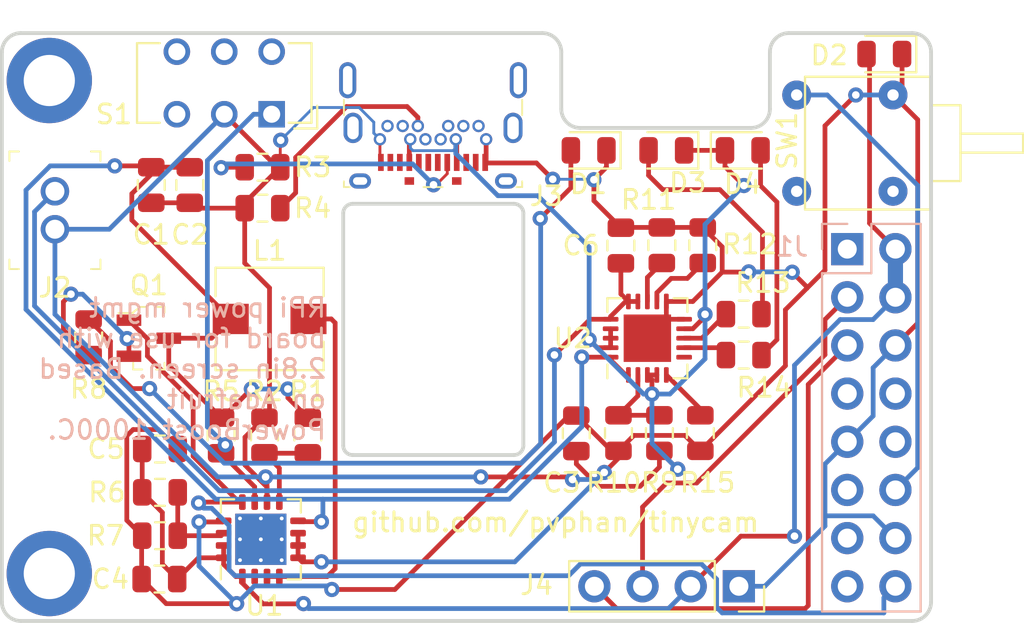
<source format=kicad_pcb>
(kicad_pcb (version 20171130) (host pcbnew 5.1.6-c6e7f7d~87~ubuntu20.04.1)

  (general
    (thickness 1.6)
    (drawings 42)
    (tracks 388)
    (zones 0)
    (modules 37)
    (nets 54)
  )

  (page A4)
  (layers
    (0 F.Cu signal)
    (31 B.Cu signal)
    (32 B.Adhes user)
    (33 F.Adhes user)
    (34 B.Paste user)
    (35 F.Paste user)
    (36 B.SilkS user)
    (37 F.SilkS user)
    (38 B.Mask user)
    (39 F.Mask user)
    (40 Dwgs.User user)
    (41 Cmts.User user)
    (42 Eco1.User user)
    (43 Eco2.User user)
    (44 Edge.Cuts user)
    (45 Margin user)
    (46 B.CrtYd user)
    (47 F.CrtYd user)
    (48 B.Fab user hide)
    (49 F.Fab user hide)
  )

  (setup
    (last_trace_width 0.25)
    (trace_clearance 0.2)
    (zone_clearance 0.508)
    (zone_45_only no)
    (trace_min 0.2)
    (via_size 0.8)
    (via_drill 0.4)
    (via_min_size 0.4)
    (via_min_drill 0.3)
    (uvia_size 0.3)
    (uvia_drill 0.1)
    (uvias_allowed no)
    (uvia_min_size 0.2)
    (uvia_min_drill 0.1)
    (edge_width 0.05)
    (segment_width 0.2)
    (pcb_text_width 0.3)
    (pcb_text_size 1.5 1.5)
    (mod_edge_width 0.12)
    (mod_text_size 1 1)
    (mod_text_width 0.15)
    (pad_size 1.7 1.7)
    (pad_drill 1)
    (pad_to_mask_clearance 0.05)
    (aux_axis_origin 0 0)
    (visible_elements FFFFFF7F)
    (pcbplotparams
      (layerselection 0x010fc_ffffffff)
      (usegerberextensions false)
      (usegerberattributes true)
      (usegerberadvancedattributes true)
      (creategerberjobfile true)
      (excludeedgelayer true)
      (linewidth 0.100000)
      (plotframeref false)
      (viasonmask false)
      (mode 1)
      (useauxorigin false)
      (hpglpennumber 1)
      (hpglpenspeed 20)
      (hpglpendiameter 15.000000)
      (psnegative false)
      (psa4output false)
      (plotreference true)
      (plotvalue true)
      (plotinvisibletext false)
      (padsonsilk false)
      (subtractmaskfromsilk false)
      (outputformat 1)
      (mirror false)
      (drillshape 1)
      (scaleselection 1)
      (outputdirectory ""))
  )

  (net 0 "")
  (net 1 GND)
  (net 2 VBAT)
  (net 3 VBUS)
  (net 4 5.0V)
  (net 5 "Net-(C6-Pad1)")
  (net 6 "Net-(D1-Pad2)")
  (net 7 "Net-(D3-Pad2)")
  (net 8 "Net-(D4-Pad2)")
  (net 9 PI_3V3)
  (net 10 PI_BCM_2_SDA)
  (net 11 PI_BCM_3_SCL)
  (net 12 PI_BCM_4_GPCLK0)
  (net 13 PI_BCM_14_TXD)
  (net 14 PI_BCM_15_RXD)
  (net 15 PI_BCM_17)
  (net 16 PI_BCM_18_PWM0)
  (net 17 PI_BCM_27)
  (net 18 PI_BCM_22)
  (net 19 PI_BCM_23)
  (net 20 "Net-(L1-Pad2)")
  (net 21 "Net-(Q1-Pad2)")
  (net 22 "Net-(R1-Pad2)")
  (net 23 "Net-(R5-Pad2)")
  (net 24 "Net-(R6-Pad2)")
  (net 25 "Net-(R10-Pad1)")
  (net 26 "Net-(R11-Pad1)")
  (net 27 "Net-(R12-Pad1)")
  (net 28 "Net-(R13-Pad2)")
  (net 29 "Net-(R14-Pad2)")
  (net 30 "Net-(R15-Pad1)")
  (net 31 "Net-(S1-Pad3)")
  (net 32 "Net-(S1-Pad4)")
  (net 33 "Net-(S1-Pad5)")
  (net 34 "Net-(S1-Pad6)")
  (net 35 "Net-(U1-Pad2)")
  (net 36 "Net-(U1-Pad17)")
  (net 37 "Net-(U2-Pad6)")
  (net 38 "Net-(J3-PadB2)")
  (net 39 "Net-(J3-PadB3)")
  (net 40 "Net-(J3-PadB5)")
  (net 41 "Net-(J3-PadB8)")
  (net 42 "Net-(J3-PadB10)")
  (net 43 "Net-(J3-PadB11)")
  (net 44 "Net-(J3-PadB6)")
  (net 45 "Net-(J3-PadB7)")
  (net 46 "Net-(J3-PadA11)")
  (net 47 "Net-(J3-PadA10)")
  (net 48 "Net-(J3-PadA8)")
  (net 49 "Net-(J3-PadA7)")
  (net 50 "Net-(J3-PadA6)")
  (net 51 "Net-(J3-PadA5)")
  (net 52 "Net-(J3-PadA3)")
  (net 53 "Net-(J3-PadA2)")

  (net_class Default "This is the default net class."
    (clearance 0.2)
    (trace_width 0.25)
    (via_dia 0.8)
    (via_drill 0.4)
    (uvia_dia 0.3)
    (uvia_drill 0.1)
    (add_net 5.0V)
    (add_net GND)
    (add_net "Net-(C6-Pad1)")
    (add_net "Net-(D1-Pad2)")
    (add_net "Net-(D3-Pad2)")
    (add_net "Net-(D4-Pad2)")
    (add_net "Net-(J3-PadA10)")
    (add_net "Net-(J3-PadA11)")
    (add_net "Net-(J3-PadA2)")
    (add_net "Net-(J3-PadA3)")
    (add_net "Net-(J3-PadA5)")
    (add_net "Net-(J3-PadA6)")
    (add_net "Net-(J3-PadA7)")
    (add_net "Net-(J3-PadA8)")
    (add_net "Net-(J3-PadB10)")
    (add_net "Net-(J3-PadB11)")
    (add_net "Net-(J3-PadB2)")
    (add_net "Net-(J3-PadB3)")
    (add_net "Net-(J3-PadB5)")
    (add_net "Net-(J3-PadB6)")
    (add_net "Net-(J3-PadB7)")
    (add_net "Net-(J3-PadB8)")
    (add_net "Net-(L1-Pad2)")
    (add_net "Net-(Q1-Pad2)")
    (add_net "Net-(R1-Pad2)")
    (add_net "Net-(R10-Pad1)")
    (add_net "Net-(R11-Pad1)")
    (add_net "Net-(R12-Pad1)")
    (add_net "Net-(R13-Pad2)")
    (add_net "Net-(R14-Pad2)")
    (add_net "Net-(R15-Pad1)")
    (add_net "Net-(R5-Pad2)")
    (add_net "Net-(R6-Pad2)")
    (add_net "Net-(S1-Pad3)")
    (add_net "Net-(S1-Pad4)")
    (add_net "Net-(S1-Pad5)")
    (add_net "Net-(S1-Pad6)")
    (add_net "Net-(U1-Pad17)")
    (add_net "Net-(U1-Pad2)")
    (add_net "Net-(U2-Pad6)")
    (add_net PI_3V3)
    (add_net PI_BCM_14_TXD)
    (add_net PI_BCM_15_RXD)
    (add_net PI_BCM_17)
    (add_net PI_BCM_18_PWM0)
    (add_net PI_BCM_22)
    (add_net PI_BCM_23)
    (add_net PI_BCM_27)
    (add_net PI_BCM_2_SDA)
    (add_net PI_BCM_3_SCL)
    (add_net PI_BCM_4_GPCLK0)
    (add_net VBAT)
    (add_net VBUS)
  )

  (module tinycam:FP11SPA1B1TP00 (layer F.Cu) (tedit 5F409F6E) (tstamp 5F41898E)
    (at 195.453 74.803 270)
    (path /5F5697F6)
    (fp_text reference SW1 (at -0.127 3.048 270) (layer F.SilkS)
      (effects (font (size 1 1) (thickness 0.15)))
    )
    (fp_text value SW_SPST (at 0.0254 5.8928 90) (layer F.Fab)
      (effects (font (size 1 1) (thickness 0.15)))
    )
    (fp_line (start -3.5 -4.5) (end 3.5 -4.5) (layer F.SilkS) (width 0.12))
    (fp_line (start -3.5 2.1) (end 3.5 2.1) (layer F.SilkS) (width 0.12))
    (fp_line (start 3.5 -4.5) (end 3.5 2.1) (layer F.SilkS) (width 0.12))
    (fp_line (start -3.5 -4.5) (end -3.5 2.1) (layer F.SilkS) (width 0.12))
    (fp_line (start -2 -4.5) (end -2 -6.1) (layer F.SilkS) (width 0.12))
    (fp_line (start -2 -6.1) (end 2 -6.1) (layer F.SilkS) (width 0.12))
    (fp_line (start 2 -6.1) (end 2 -4.5) (layer F.SilkS) (width 0.12))
    (fp_line (start -0.5 -9.4) (end -0.5 -6.1) (layer F.SilkS) (width 0.12))
    (fp_line (start -0.5 -9.4) (end 0.5 -9.4) (layer F.SilkS) (width 0.12))
    (fp_line (start 0.5 -9.4) (end 0.5 -6.1) (layer F.SilkS) (width 0.12))
    (pad 2 thru_hole circle (at -2.54 -2.54 270) (size 1.524 1.524) (drill 0.6) (layers *.Cu *.Mask)
      (net 1 GND))
    (pad 4 thru_hole circle (at 2.54 -2.54 270) (size 1.524 1.524) (drill 0.6) (layers *.Cu *.Mask))
    (pad 3 thru_hole circle (at 2.54 2.54 270) (size 1.524 1.524) (drill 0.6) (layers *.Cu *.Mask))
    (pad 1 thru_hole circle (at -2.54 2.54 270) (size 1.524 1.524) (drill 0.6) (layers *.Cu *.Mask)
      (net 16 PI_BCM_18_PWM0))
  )

  (module MountingHole:MountingHole_2.7mm_M2.5_ISO7380_Pad (layer F.Cu) (tedit 56D1B4CB) (tstamp 5F43E583)
    (at 153.5 97.5)
    (descr "Mounting Hole 2.7mm, M2.5, ISO7380")
    (tags "mounting hole 2.7mm m2.5 iso7380")
    (path /5F47B4E8)
    (attr virtual)
    (fp_text reference H2 (at 0 -0.091) (layer F.SilkS)
      (effects (font (size 1 1) (thickness 0.15)))
    )
    (fp_text value MountingHole (at 0 3.25) (layer F.Fab)
      (effects (font (size 1 1) (thickness 0.15)))
    )
    (fp_text user %R (at 0.3 0) (layer F.Fab)
      (effects (font (size 1 1) (thickness 0.15)))
    )
    (fp_circle (center 0 0) (end 2.25 0) (layer Cmts.User) (width 0.15))
    (fp_circle (center 0 0) (end 2.5 0) (layer F.CrtYd) (width 0.05))
    (pad 1 thru_hole circle (at 0 0) (size 4.5 4.5) (drill 2.7) (layers *.Cu *.Mask))
  )

  (module MountingHole:MountingHole_2.7mm_M2.5_ISO7380_Pad (layer F.Cu) (tedit 56D1B4CB) (tstamp 5F43DD42)
    (at 153.5 71.5)
    (descr "Mounting Hole 2.7mm, M2.5, ISO7380")
    (tags "mounting hole 2.7mm m2.5 iso7380")
    (path /5F479AFB)
    (attr virtual)
    (fp_text reference H1 (at 0.043 0.001) (layer F.SilkS)
      (effects (font (size 1 1) (thickness 0.15)))
    )
    (fp_text value MountingHole (at 0 3.25) (layer F.Fab)
      (effects (font (size 1 1) (thickness 0.15)))
    )
    (fp_text user %R (at 0.3 0) (layer F.Fab)
      (effects (font (size 1 1) (thickness 0.15)))
    )
    (fp_circle (center 0 0) (end 2.25 0) (layer Cmts.User) (width 0.15))
    (fp_circle (center 0 0) (end 2.5 0) (layer F.CrtYd) (width 0.05))
    (pad 1 thru_hole circle (at 0 0) (size 4.5 4.5) (drill 2.7) (layers *.Cu *.Mask))
  )

  (module Connector_PinSocket_2.54mm:PinSocket_1x04_P2.54mm_Vertical (layer F.Cu) (tedit 5A19A429) (tstamp 5F43D312)
    (at 189.865 98.171 270)
    (descr "Through hole straight socket strip, 1x04, 2.54mm pitch, single row (from Kicad 4.0.7), script generated")
    (tags "Through hole socket strip THT 1x04 2.54mm single row")
    (path /5F46CA4B)
    (fp_text reference J4 (at -0.0635 10.668 180) (layer F.SilkS)
      (effects (font (size 1 1) (thickness 0.15)))
    )
    (fp_text value Conn_01x04 (at 0 10.39 90) (layer F.Fab)
      (effects (font (size 1 1) (thickness 0.15)))
    )
    (fp_text user %R (at 0 3.81) (layer F.Fab)
      (effects (font (size 1 1) (thickness 0.15)))
    )
    (fp_line (start -1.27 -1.27) (end 0.635 -1.27) (layer F.Fab) (width 0.1))
    (fp_line (start 0.635 -1.27) (end 1.27 -0.635) (layer F.Fab) (width 0.1))
    (fp_line (start 1.27 -0.635) (end 1.27 8.89) (layer F.Fab) (width 0.1))
    (fp_line (start 1.27 8.89) (end -1.27 8.89) (layer F.Fab) (width 0.1))
    (fp_line (start -1.27 8.89) (end -1.27 -1.27) (layer F.Fab) (width 0.1))
    (fp_line (start -1.33 1.27) (end 1.33 1.27) (layer F.SilkS) (width 0.12))
    (fp_line (start -1.33 1.27) (end -1.33 8.95) (layer F.SilkS) (width 0.12))
    (fp_line (start -1.33 8.95) (end 1.33 8.95) (layer F.SilkS) (width 0.12))
    (fp_line (start 1.33 1.27) (end 1.33 8.95) (layer F.SilkS) (width 0.12))
    (fp_line (start 1.33 -1.33) (end 1.33 0) (layer F.SilkS) (width 0.12))
    (fp_line (start 0 -1.33) (end 1.33 -1.33) (layer F.SilkS) (width 0.12))
    (fp_line (start -1.8 -1.8) (end 1.75 -1.8) (layer F.CrtYd) (width 0.05))
    (fp_line (start 1.75 -1.8) (end 1.75 9.4) (layer F.CrtYd) (width 0.05))
    (fp_line (start 1.75 9.4) (end -1.8 9.4) (layer F.CrtYd) (width 0.05))
    (fp_line (start -1.8 9.4) (end -1.8 -1.8) (layer F.CrtYd) (width 0.05))
    (pad 4 thru_hole oval (at 0 7.62 270) (size 1.7 1.7) (drill 1) (layers *.Cu *.Mask)
      (net 11 PI_BCM_3_SCL))
    (pad 3 thru_hole oval (at 0 5.08 270) (size 1.7 1.7) (drill 1) (layers *.Cu *.Mask)
      (net 10 PI_BCM_2_SDA))
    (pad 2 thru_hole oval (at 0 2.54 270) (size 1.7 1.7) (drill 1) (layers *.Cu *.Mask)
      (net 4 5.0V))
    (pad 1 thru_hole rect (at 0 0 270) (size 1.7 1.7) (drill 1) (layers *.Cu *.Mask)
      (net 1 GND))
    (model ${KISYS3DMOD}/Connector_PinSocket_2.54mm.3dshapes/PinSocket_1x04_P2.54mm_Vertical.wrl
      (at (xyz 0 0 0))
      (scale (xyz 1 1 1))
      (rotate (xyz 0 0 0))
    )
  )

  (module Connector_PinSocket_2.54mm:PinSocket_2x08_P2.54mm_Vertical (layer B.Cu) (tedit 5A19A42B) (tstamp 5F41A1CB)
    (at 195.58 80.391 180)
    (descr "Through hole straight socket strip, 2x08, 2.54mm pitch, double cols (from Kicad 4.0.7), script generated")
    (tags "Through hole socket strip THT 2x08 2.54mm double row")
    (path /5F8C44B2)
    (fp_text reference J1 (at 2.921 0.127) (layer B.SilkS)
      (effects (font (size 1 1) (thickness 0.15)) (justify mirror))
    )
    (fp_text value Conn_02x08_Odd_Even (at -1.27 -20.55) (layer B.Fab)
      (effects (font (size 1 1) (thickness 0.15)) (justify mirror))
    )
    (fp_text user %R (at -1.27 -8.89 270) (layer B.Fab)
      (effects (font (size 1 1) (thickness 0.15)) (justify mirror))
    )
    (fp_line (start -3.81 1.27) (end 0.27 1.27) (layer B.Fab) (width 0.1))
    (fp_line (start 0.27 1.27) (end 1.27 0.27) (layer B.Fab) (width 0.1))
    (fp_line (start 1.27 0.27) (end 1.27 -19.05) (layer B.Fab) (width 0.1))
    (fp_line (start 1.27 -19.05) (end -3.81 -19.05) (layer B.Fab) (width 0.1))
    (fp_line (start -3.81 -19.05) (end -3.81 1.27) (layer B.Fab) (width 0.1))
    (fp_line (start -3.87 1.33) (end -1.27 1.33) (layer B.SilkS) (width 0.12))
    (fp_line (start -3.87 1.33) (end -3.87 -19.11) (layer B.SilkS) (width 0.12))
    (fp_line (start -3.87 -19.11) (end 1.33 -19.11) (layer B.SilkS) (width 0.12))
    (fp_line (start 1.33 -1.27) (end 1.33 -19.11) (layer B.SilkS) (width 0.12))
    (fp_line (start -1.27 -1.27) (end 1.33 -1.27) (layer B.SilkS) (width 0.12))
    (fp_line (start -1.27 1.33) (end -1.27 -1.27) (layer B.SilkS) (width 0.12))
    (fp_line (start 1.33 1.33) (end 1.33 0) (layer B.SilkS) (width 0.12))
    (fp_line (start 0 1.33) (end 1.33 1.33) (layer B.SilkS) (width 0.12))
    (fp_line (start -4.34 1.8) (end 1.76 1.8) (layer B.CrtYd) (width 0.05))
    (fp_line (start 1.76 1.8) (end 1.76 -19.55) (layer B.CrtYd) (width 0.05))
    (fp_line (start 1.76 -19.55) (end -4.34 -19.55) (layer B.CrtYd) (width 0.05))
    (fp_line (start -4.34 -19.55) (end -4.34 1.8) (layer B.CrtYd) (width 0.05))
    (pad 16 thru_hole oval (at -2.54 -17.78 180) (size 1.7 1.7) (drill 1) (layers *.Cu *.Mask)
      (net 19 PI_BCM_23))
    (pad 15 thru_hole oval (at 0 -17.78 180) (size 1.7 1.7) (drill 1) (layers *.Cu *.Mask)
      (net 18 PI_BCM_22))
    (pad 14 thru_hole oval (at -2.54 -15.24 180) (size 1.7 1.7) (drill 1) (layers *.Cu *.Mask)
      (net 1 GND))
    (pad 13 thru_hole oval (at 0 -15.24 180) (size 1.7 1.7) (drill 1) (layers *.Cu *.Mask)
      (net 17 PI_BCM_27))
    (pad 12 thru_hole oval (at -2.54 -12.7 180) (size 1.7 1.7) (drill 1) (layers *.Cu *.Mask)
      (net 16 PI_BCM_18_PWM0))
    (pad 11 thru_hole oval (at 0 -12.7 180) (size 1.7 1.7) (drill 1) (layers *.Cu *.Mask)
      (net 15 PI_BCM_17))
    (pad 10 thru_hole oval (at -2.54 -10.16 180) (size 1.7 1.7) (drill 1) (layers *.Cu *.Mask)
      (net 14 PI_BCM_15_RXD))
    (pad 9 thru_hole oval (at 0 -10.16 180) (size 1.7 1.7) (drill 1) (layers *.Cu *.Mask)
      (net 1 GND))
    (pad 8 thru_hole oval (at -2.54 -7.62 180) (size 1.7 1.7) (drill 1) (layers *.Cu *.Mask)
      (net 13 PI_BCM_14_TXD))
    (pad 7 thru_hole oval (at 0 -7.62 180) (size 1.7 1.7) (drill 1) (layers *.Cu *.Mask)
      (net 12 PI_BCM_4_GPCLK0))
    (pad 6 thru_hole oval (at -2.54 -5.08 180) (size 1.7 1.7) (drill 1) (layers *.Cu *.Mask)
      (net 1 GND))
    (pad 5 thru_hole oval (at 0 -5.08 180) (size 1.7 1.7) (drill 1) (layers *.Cu *.Mask)
      (net 11 PI_BCM_3_SCL))
    (pad 4 thru_hole oval (at -2.54 -2.54 180) (size 1.7 1.7) (drill 1) (layers *.Cu *.Mask)
      (net 4 5.0V))
    (pad 3 thru_hole oval (at 0 -2.54 180) (size 1.7 1.7) (drill 1) (layers *.Cu *.Mask)
      (net 10 PI_BCM_2_SDA))
    (pad 2 thru_hole oval (at -2.54 0 180) (size 1.7 1.7) (drill 1) (layers *.Cu *.Mask)
      (net 4 5.0V))
    (pad 1 thru_hole rect (at 0 0 180) (size 1.7 1.7) (drill 1) (layers *.Cu *.Mask)
      (net 9 PI_3V3))
    (model ${KISYS3DMOD}/Connector_PinSocket_2.54mm.3dshapes/PinSocket_2x08_P2.54mm_Vertical.wrl
      (at (xyz 0 0 0))
      (scale (xyz 1 1 1))
      (rotate (xyz 0 0 0))
    )
  )

  (module Resistor_SMD:R_0805_2012Metric (layer F.Cu) (tedit 5B36C52B) (tstamp 5F4384B2)
    (at 187.833 90.0915 270)
    (descr "Resistor SMD 0805 (2012 Metric), square (rectangular) end terminal, IPC_7351 nominal, (Body size source: https://docs.google.com/spreadsheets/d/1BsfQQcO9C6DZCsRaXUlFlo91Tg2WpOkGARC1WS5S8t0/edit?usp=sharing), generated with kicad-footprint-generator")
    (tags resistor)
    (path /5F54A894)
    (attr smd)
    (fp_text reference R15 (at 2.6185 -0.381 180) (layer F.SilkS)
      (effects (font (size 1 1) (thickness 0.15)))
    )
    (fp_text value 15K (at 0 1.65 90) (layer F.Fab)
      (effects (font (size 1 1) (thickness 0.15)))
    )
    (fp_text user %R (at 0 0 90) (layer F.Fab)
      (effects (font (size 0.5 0.5) (thickness 0.08)))
    )
    (fp_line (start -1 0.6) (end -1 -0.6) (layer F.Fab) (width 0.1))
    (fp_line (start -1 -0.6) (end 1 -0.6) (layer F.Fab) (width 0.1))
    (fp_line (start 1 -0.6) (end 1 0.6) (layer F.Fab) (width 0.1))
    (fp_line (start 1 0.6) (end -1 0.6) (layer F.Fab) (width 0.1))
    (fp_line (start -0.258578 -0.71) (end 0.258578 -0.71) (layer F.SilkS) (width 0.12))
    (fp_line (start -0.258578 0.71) (end 0.258578 0.71) (layer F.SilkS) (width 0.12))
    (fp_line (start -1.68 0.95) (end -1.68 -0.95) (layer F.CrtYd) (width 0.05))
    (fp_line (start -1.68 -0.95) (end 1.68 -0.95) (layer F.CrtYd) (width 0.05))
    (fp_line (start 1.68 -0.95) (end 1.68 0.95) (layer F.CrtYd) (width 0.05))
    (fp_line (start 1.68 0.95) (end -1.68 0.95) (layer F.CrtYd) (width 0.05))
    (pad 2 smd roundrect (at 0.9375 0 270) (size 0.975 1.4) (layers F.Cu F.Paste F.Mask) (roundrect_rratio 0.25)
      (net 1 GND))
    (pad 1 smd roundrect (at -0.9375 0 270) (size 0.975 1.4) (layers F.Cu F.Paste F.Mask) (roundrect_rratio 0.25)
      (net 30 "Net-(R15-Pad1)"))
    (model ${KISYS3DMOD}/Resistor_SMD.3dshapes/R_0805_2012Metric.wrl
      (at (xyz 0 0 0))
      (scale (xyz 1 1 1))
      (rotate (xyz 0 0 0))
    )
  )

  (module Resistor_SMD:R_0805_2012Metric (layer F.Cu) (tedit 5B36C52B) (tstamp 5F41A5F7)
    (at 190.119 85.979 180)
    (descr "Resistor SMD 0805 (2012 Metric), square (rectangular) end terminal, IPC_7351 nominal, (Body size source: https://docs.google.com/spreadsheets/d/1BsfQQcO9C6DZCsRaXUlFlo91Tg2WpOkGARC1WS5S8t0/edit?usp=sharing), generated with kicad-footprint-generator")
    (tags resistor)
    (path /604AC6FE)
    (attr smd)
    (fp_text reference R14 (at -1.0795 -1.7145 180) (layer F.SilkS)
      (effects (font (size 1 1) (thickness 0.15)))
    )
    (fp_text value 1K (at 0 1.65) (layer F.Fab)
      (effects (font (size 1 1) (thickness 0.15)))
    )
    (fp_text user %R (at 0 0 270) (layer F.Fab)
      (effects (font (size 0.5 0.5) (thickness 0.08)))
    )
    (fp_line (start -1 0.6) (end -1 -0.6) (layer F.Fab) (width 0.1))
    (fp_line (start -1 -0.6) (end 1 -0.6) (layer F.Fab) (width 0.1))
    (fp_line (start 1 -0.6) (end 1 0.6) (layer F.Fab) (width 0.1))
    (fp_line (start 1 0.6) (end -1 0.6) (layer F.Fab) (width 0.1))
    (fp_line (start -0.258578 -0.71) (end 0.258578 -0.71) (layer F.SilkS) (width 0.12))
    (fp_line (start -0.258578 0.71) (end 0.258578 0.71) (layer F.SilkS) (width 0.12))
    (fp_line (start -1.68 0.95) (end -1.68 -0.95) (layer F.CrtYd) (width 0.05))
    (fp_line (start -1.68 -0.95) (end 1.68 -0.95) (layer F.CrtYd) (width 0.05))
    (fp_line (start 1.68 -0.95) (end 1.68 0.95) (layer F.CrtYd) (width 0.05))
    (fp_line (start 1.68 0.95) (end -1.68 0.95) (layer F.CrtYd) (width 0.05))
    (pad 2 smd roundrect (at 0.9375 0 180) (size 0.975 1.4) (layers F.Cu F.Paste F.Mask) (roundrect_rratio 0.25)
      (net 29 "Net-(R14-Pad2)"))
    (pad 1 smd roundrect (at -0.9375 0 180) (size 0.975 1.4) (layers F.Cu F.Paste F.Mask) (roundrect_rratio 0.25)
      (net 8 "Net-(D4-Pad2)"))
    (model ${KISYS3DMOD}/Resistor_SMD.3dshapes/R_0805_2012Metric.wrl
      (at (xyz 0 0 0))
      (scale (xyz 1 1 1))
      (rotate (xyz 0 0 0))
    )
  )

  (module Resistor_SMD:R_0805_2012Metric (layer F.Cu) (tedit 5B36C52B) (tstamp 5F41A621)
    (at 190.119 83.82 180)
    (descr "Resistor SMD 0805 (2012 Metric), square (rectangular) end terminal, IPC_7351 nominal, (Body size source: https://docs.google.com/spreadsheets/d/1BsfQQcO9C6DZCsRaXUlFlo91Tg2WpOkGARC1WS5S8t0/edit?usp=sharing), generated with kicad-footprint-generator")
    (tags resistor)
    (path /604ABE5C)
    (attr smd)
    (fp_text reference R13 (at -1.016 1.651 180) (layer F.SilkS)
      (effects (font (size 1 1) (thickness 0.15)))
    )
    (fp_text value 1K (at 0 1.65) (layer F.Fab)
      (effects (font (size 1 1) (thickness 0.15)))
    )
    (fp_text user %R (at 0 0) (layer F.Fab)
      (effects (font (size 0.5 0.5) (thickness 0.08)))
    )
    (fp_line (start -1 0.6) (end -1 -0.6) (layer F.Fab) (width 0.1))
    (fp_line (start -1 -0.6) (end 1 -0.6) (layer F.Fab) (width 0.1))
    (fp_line (start 1 -0.6) (end 1 0.6) (layer F.Fab) (width 0.1))
    (fp_line (start 1 0.6) (end -1 0.6) (layer F.Fab) (width 0.1))
    (fp_line (start -0.258578 -0.71) (end 0.258578 -0.71) (layer F.SilkS) (width 0.12))
    (fp_line (start -0.258578 0.71) (end 0.258578 0.71) (layer F.SilkS) (width 0.12))
    (fp_line (start -1.68 0.95) (end -1.68 -0.95) (layer F.CrtYd) (width 0.05))
    (fp_line (start -1.68 -0.95) (end 1.68 -0.95) (layer F.CrtYd) (width 0.05))
    (fp_line (start 1.68 -0.95) (end 1.68 0.95) (layer F.CrtYd) (width 0.05))
    (fp_line (start 1.68 0.95) (end -1.68 0.95) (layer F.CrtYd) (width 0.05))
    (pad 2 smd roundrect (at 0.9375 0 180) (size 0.975 1.4) (layers F.Cu F.Paste F.Mask) (roundrect_rratio 0.25)
      (net 28 "Net-(R13-Pad2)"))
    (pad 1 smd roundrect (at -0.9375 0 180) (size 0.975 1.4) (layers F.Cu F.Paste F.Mask) (roundrect_rratio 0.25)
      (net 7 "Net-(D3-Pad2)"))
    (model ${KISYS3DMOD}/Resistor_SMD.3dshapes/R_0805_2012Metric.wrl
      (at (xyz 0 0 0))
      (scale (xyz 1 1 1))
      (rotate (xyz 0 0 0))
    )
  )

  (module Resistor_SMD:R_0805_2012Metric (layer F.Cu) (tedit 5B36C52B) (tstamp 5F41A5CD)
    (at 187.96 80.1855 90)
    (descr "Resistor SMD 0805 (2012 Metric), square (rectangular) end terminal, IPC_7351 nominal, (Body size source: https://docs.google.com/spreadsheets/d/1BsfQQcO9C6DZCsRaXUlFlo91Tg2WpOkGARC1WS5S8t0/edit?usp=sharing), generated with kicad-footprint-generator")
    (tags resistor)
    (path /6028202F)
    (attr smd)
    (fp_text reference R12 (at 0.0485 2.4765 180) (layer F.SilkS)
      (effects (font (size 1 1) (thickness 0.15)))
    )
    (fp_text value 100K (at 0 1.65 90) (layer F.Fab)
      (effects (font (size 1 1) (thickness 0.15)))
    )
    (fp_text user %R (at 0 0 90) (layer F.Fab)
      (effects (font (size 0.5 0.5) (thickness 0.08)))
    )
    (fp_line (start -1 0.6) (end -1 -0.6) (layer F.Fab) (width 0.1))
    (fp_line (start -1 -0.6) (end 1 -0.6) (layer F.Fab) (width 0.1))
    (fp_line (start 1 -0.6) (end 1 0.6) (layer F.Fab) (width 0.1))
    (fp_line (start 1 0.6) (end -1 0.6) (layer F.Fab) (width 0.1))
    (fp_line (start -0.258578 -0.71) (end 0.258578 -0.71) (layer F.SilkS) (width 0.12))
    (fp_line (start -0.258578 0.71) (end 0.258578 0.71) (layer F.SilkS) (width 0.12))
    (fp_line (start -1.68 0.95) (end -1.68 -0.95) (layer F.CrtYd) (width 0.05))
    (fp_line (start -1.68 -0.95) (end 1.68 -0.95) (layer F.CrtYd) (width 0.05))
    (fp_line (start 1.68 -0.95) (end 1.68 0.95) (layer F.CrtYd) (width 0.05))
    (fp_line (start 1.68 0.95) (end -1.68 0.95) (layer F.CrtYd) (width 0.05))
    (pad 2 smd roundrect (at 0.9375 0 90) (size 0.975 1.4) (layers F.Cu F.Paste F.Mask) (roundrect_rratio 0.25)
      (net 1 GND))
    (pad 1 smd roundrect (at -0.9375 0 90) (size 0.975 1.4) (layers F.Cu F.Paste F.Mask) (roundrect_rratio 0.25)
      (net 27 "Net-(R12-Pad1)"))
    (model ${KISYS3DMOD}/Resistor_SMD.3dshapes/R_0805_2012Metric.wrl
      (at (xyz 0 0 0))
      (scale (xyz 1 1 1))
      (rotate (xyz 0 0 0))
    )
  )

  (module Resistor_SMD:R_0805_2012Metric (layer F.Cu) (tedit 5B36C52B) (tstamp 5F41A5A3)
    (at 185.801 80.1855 90)
    (descr "Resistor SMD 0805 (2012 Metric), square (rectangular) end terminal, IPC_7351 nominal, (Body size source: https://docs.google.com/spreadsheets/d/1BsfQQcO9C6DZCsRaXUlFlo91Tg2WpOkGARC1WS5S8t0/edit?usp=sharing), generated with kicad-footprint-generator")
    (tags resistor)
    (path /602822E0)
    (attr smd)
    (fp_text reference R11 (at 2.398 -0.6985 180) (layer F.SilkS)
      (effects (font (size 1 1) (thickness 0.15)))
    )
    (fp_text value 1K (at 0 1.65 90) (layer F.Fab)
      (effects (font (size 1 1) (thickness 0.15)))
    )
    (fp_text user %R (at 0 0 90) (layer F.Fab)
      (effects (font (size 0.5 0.5) (thickness 0.08)))
    )
    (fp_line (start -1 0.6) (end -1 -0.6) (layer F.Fab) (width 0.1))
    (fp_line (start -1 -0.6) (end 1 -0.6) (layer F.Fab) (width 0.1))
    (fp_line (start 1 -0.6) (end 1 0.6) (layer F.Fab) (width 0.1))
    (fp_line (start 1 0.6) (end -1 0.6) (layer F.Fab) (width 0.1))
    (fp_line (start -0.258578 -0.71) (end 0.258578 -0.71) (layer F.SilkS) (width 0.12))
    (fp_line (start -0.258578 0.71) (end 0.258578 0.71) (layer F.SilkS) (width 0.12))
    (fp_line (start -1.68 0.95) (end -1.68 -0.95) (layer F.CrtYd) (width 0.05))
    (fp_line (start -1.68 -0.95) (end 1.68 -0.95) (layer F.CrtYd) (width 0.05))
    (fp_line (start 1.68 -0.95) (end 1.68 0.95) (layer F.CrtYd) (width 0.05))
    (fp_line (start 1.68 0.95) (end -1.68 0.95) (layer F.CrtYd) (width 0.05))
    (pad 2 smd roundrect (at 0.9375 0 90) (size 0.975 1.4) (layers F.Cu F.Paste F.Mask) (roundrect_rratio 0.25)
      (net 1 GND))
    (pad 1 smd roundrect (at -0.9375 0 90) (size 0.975 1.4) (layers F.Cu F.Paste F.Mask) (roundrect_rratio 0.25)
      (net 26 "Net-(R11-Pad1)"))
    (model ${KISYS3DMOD}/Resistor_SMD.3dshapes/R_0805_2012Metric.wrl
      (at (xyz 0 0 0))
      (scale (xyz 1 1 1))
      (rotate (xyz 0 0 0))
    )
  )

  (module Resistor_SMD:R_0805_2012Metric (layer F.Cu) (tedit 5B36C52B) (tstamp 5F438482)
    (at 183.515 90.0915 270)
    (descr "Resistor SMD 0805 (2012 Metric), square (rectangular) end terminal, IPC_7351 nominal, (Body size source: https://docs.google.com/spreadsheets/d/1BsfQQcO9C6DZCsRaXUlFlo91Tg2WpOkGARC1WS5S8t0/edit?usp=sharing), generated with kicad-footprint-generator")
    (tags resistor)
    (path /60213048)
    (attr smd)
    (fp_text reference R10 (at 2.6185 0.254 180) (layer F.SilkS)
      (effects (font (size 1 1) (thickness 0.15)))
    )
    (fp_text value 100K (at 0 1.65 90) (layer F.Fab)
      (effects (font (size 1 1) (thickness 0.15)))
    )
    (fp_text user %R (at 0 0 90) (layer F.Fab)
      (effects (font (size 0.5 0.5) (thickness 0.08)))
    )
    (fp_line (start -1 0.6) (end -1 -0.6) (layer F.Fab) (width 0.1))
    (fp_line (start -1 -0.6) (end 1 -0.6) (layer F.Fab) (width 0.1))
    (fp_line (start 1 -0.6) (end 1 0.6) (layer F.Fab) (width 0.1))
    (fp_line (start 1 0.6) (end -1 0.6) (layer F.Fab) (width 0.1))
    (fp_line (start -0.258578 -0.71) (end 0.258578 -0.71) (layer F.SilkS) (width 0.12))
    (fp_line (start -0.258578 0.71) (end 0.258578 0.71) (layer F.SilkS) (width 0.12))
    (fp_line (start -1.68 0.95) (end -1.68 -0.95) (layer F.CrtYd) (width 0.05))
    (fp_line (start -1.68 -0.95) (end 1.68 -0.95) (layer F.CrtYd) (width 0.05))
    (fp_line (start 1.68 -0.95) (end 1.68 0.95) (layer F.CrtYd) (width 0.05))
    (fp_line (start 1.68 0.95) (end -1.68 0.95) (layer F.CrtYd) (width 0.05))
    (pad 2 smd roundrect (at 0.9375 0 270) (size 0.975 1.4) (layers F.Cu F.Paste F.Mask) (roundrect_rratio 0.25)
      (net 1 GND))
    (pad 1 smd roundrect (at -0.9375 0 270) (size 0.975 1.4) (layers F.Cu F.Paste F.Mask) (roundrect_rratio 0.25)
      (net 25 "Net-(R10-Pad1)"))
    (model ${KISYS3DMOD}/Resistor_SMD.3dshapes/R_0805_2012Metric.wrl
      (at (xyz 0 0 0))
      (scale (xyz 1 1 1))
      (rotate (xyz 0 0 0))
    )
  )

  (module Resistor_SMD:R_0805_2012Metric (layer F.Cu) (tedit 5B36C52B) (tstamp 5F438452)
    (at 185.674 90.0915 90)
    (descr "Resistor SMD 0805 (2012 Metric), square (rectangular) end terminal, IPC_7351 nominal, (Body size source: https://docs.google.com/spreadsheets/d/1BsfQQcO9C6DZCsRaXUlFlo91Tg2WpOkGARC1WS5S8t0/edit?usp=sharing), generated with kicad-footprint-generator")
    (tags resistor)
    (path /6021171C)
    (attr smd)
    (fp_text reference R9 (at -2.6185 0 180) (layer F.SilkS)
      (effects (font (size 1 1) (thickness 0.15)))
    )
    (fp_text value 270K (at 0 1.524 90) (layer F.Fab)
      (effects (font (size 1 1) (thickness 0.15)))
    )
    (fp_text user %R (at 0 0 90) (layer F.Fab)
      (effects (font (size 0.5 0.5) (thickness 0.08)))
    )
    (fp_line (start -1 0.6) (end -1 -0.6) (layer F.Fab) (width 0.1))
    (fp_line (start -1 -0.6) (end 1 -0.6) (layer F.Fab) (width 0.1))
    (fp_line (start 1 -0.6) (end 1 0.6) (layer F.Fab) (width 0.1))
    (fp_line (start 1 0.6) (end -1 0.6) (layer F.Fab) (width 0.1))
    (fp_line (start -0.258578 -0.71) (end 0.258578 -0.71) (layer F.SilkS) (width 0.12))
    (fp_line (start -0.258578 0.71) (end 0.258578 0.71) (layer F.SilkS) (width 0.12))
    (fp_line (start -1.68 0.95) (end -1.68 -0.95) (layer F.CrtYd) (width 0.05))
    (fp_line (start -1.68 -0.95) (end 1.68 -0.95) (layer F.CrtYd) (width 0.05))
    (fp_line (start 1.68 -0.95) (end 1.68 0.95) (layer F.CrtYd) (width 0.05))
    (fp_line (start 1.68 0.95) (end -1.68 0.95) (layer F.CrtYd) (width 0.05))
    (pad 2 smd roundrect (at 0.9375 0 90) (size 0.975 1.4) (layers F.Cu F.Paste F.Mask) (roundrect_rratio 0.25)
      (net 25 "Net-(R10-Pad1)"))
    (pad 1 smd roundrect (at -0.9375 0 90) (size 0.975 1.4) (layers F.Cu F.Paste F.Mask) (roundrect_rratio 0.25)
      (net 3 VBUS))
    (model ${KISYS3DMOD}/Resistor_SMD.3dshapes/R_0805_2012Metric.wrl
      (at (xyz 0 0 0))
      (scale (xyz 1 1 1))
      (rotate (xyz 0 0 0))
    )
  )

  (module Resistor_SMD:R_0805_2012Metric (layer F.Cu) (tedit 5B36C52B) (tstamp 5F418730)
    (at 155.575 85.0415 90)
    (descr "Resistor SMD 0805 (2012 Metric), square (rectangular) end terminal, IPC_7351 nominal, (Body size source: https://docs.google.com/spreadsheets/d/1BsfQQcO9C6DZCsRaXUlFlo91Tg2WpOkGARC1WS5S8t0/edit?usp=sharing), generated with kicad-footprint-generator")
    (tags resistor)
    (path /5F6F23A9)
    (attr smd)
    (fp_text reference R8 (at -2.7155 0 180) (layer F.SilkS)
      (effects (font (size 1 1) (thickness 0.15)))
    )
    (fp_text value 1K (at 0 1.65 90) (layer F.Fab)
      (effects (font (size 1 1) (thickness 0.15)))
    )
    (fp_text user %R (at 0 0 90) (layer F.Fab)
      (effects (font (size 0.5 0.5) (thickness 0.08)))
    )
    (fp_line (start -1 0.6) (end -1 -0.6) (layer F.Fab) (width 0.1))
    (fp_line (start -1 -0.6) (end 1 -0.6) (layer F.Fab) (width 0.1))
    (fp_line (start 1 -0.6) (end 1 0.6) (layer F.Fab) (width 0.1))
    (fp_line (start 1 0.6) (end -1 0.6) (layer F.Fab) (width 0.1))
    (fp_line (start -0.258578 -0.71) (end 0.258578 -0.71) (layer F.SilkS) (width 0.12))
    (fp_line (start -0.258578 0.71) (end 0.258578 0.71) (layer F.SilkS) (width 0.12))
    (fp_line (start -1.68 0.95) (end -1.68 -0.95) (layer F.CrtYd) (width 0.05))
    (fp_line (start -1.68 -0.95) (end 1.68 -0.95) (layer F.CrtYd) (width 0.05))
    (fp_line (start 1.68 -0.95) (end 1.68 0.95) (layer F.CrtYd) (width 0.05))
    (fp_line (start 1.68 0.95) (end -1.68 0.95) (layer F.CrtYd) (width 0.05))
    (pad 2 smd roundrect (at 0.9375 0 90) (size 0.975 1.4) (layers F.Cu F.Paste F.Mask) (roundrect_rratio 0.25)
      (net 6 "Net-(D1-Pad2)"))
    (pad 1 smd roundrect (at -0.9375 0 90) (size 0.975 1.4) (layers F.Cu F.Paste F.Mask) (roundrect_rratio 0.25)
      (net 21 "Net-(Q1-Pad2)"))
    (model ${KISYS3DMOD}/Resistor_SMD.3dshapes/R_0805_2012Metric.wrl
      (at (xyz 0 0 0))
      (scale (xyz 1 1 1))
      (rotate (xyz 0 0 0))
    )
  )

  (module Resistor_SMD:R_0805_2012Metric (layer F.Cu) (tedit 5B36C52B) (tstamp 5F4188D7)
    (at 159.3365 95.504 180)
    (descr "Resistor SMD 0805 (2012 Metric), square (rectangular) end terminal, IPC_7351 nominal, (Body size source: https://docs.google.com/spreadsheets/d/1BsfQQcO9C6DZCsRaXUlFlo91Tg2WpOkGARC1WS5S8t0/edit?usp=sharing), generated with kicad-footprint-generator")
    (tags resistor)
    (path /5F8CAE07)
    (attr smd)
    (fp_text reference R7 (at 2.8725 0) (layer F.SilkS)
      (effects (font (size 1 1) (thickness 0.15)))
    )
    (fp_text value 200K (at 0 1.65) (layer F.Fab)
      (effects (font (size 1 1) (thickness 0.15)))
    )
    (fp_text user %R (at 0 0) (layer F.Fab)
      (effects (font (size 0.5 0.5) (thickness 0.08)))
    )
    (fp_line (start -1 0.6) (end -1 -0.6) (layer F.Fab) (width 0.1))
    (fp_line (start -1 -0.6) (end 1 -0.6) (layer F.Fab) (width 0.1))
    (fp_line (start 1 -0.6) (end 1 0.6) (layer F.Fab) (width 0.1))
    (fp_line (start 1 0.6) (end -1 0.6) (layer F.Fab) (width 0.1))
    (fp_line (start -0.258578 -0.71) (end 0.258578 -0.71) (layer F.SilkS) (width 0.12))
    (fp_line (start -0.258578 0.71) (end 0.258578 0.71) (layer F.SilkS) (width 0.12))
    (fp_line (start -1.68 0.95) (end -1.68 -0.95) (layer F.CrtYd) (width 0.05))
    (fp_line (start -1.68 -0.95) (end 1.68 -0.95) (layer F.CrtYd) (width 0.05))
    (fp_line (start 1.68 -0.95) (end 1.68 0.95) (layer F.CrtYd) (width 0.05))
    (fp_line (start 1.68 0.95) (end -1.68 0.95) (layer F.CrtYd) (width 0.05))
    (pad 2 smd roundrect (at 0.9375 0 180) (size 0.975 1.4) (layers F.Cu F.Paste F.Mask) (roundrect_rratio 0.25)
      (net 1 GND))
    (pad 1 smd roundrect (at -0.9375 0 180) (size 0.975 1.4) (layers F.Cu F.Paste F.Mask) (roundrect_rratio 0.25)
      (net 24 "Net-(R6-Pad2)"))
    (model ${KISYS3DMOD}/Resistor_SMD.3dshapes/R_0805_2012Metric.wrl
      (at (xyz 0 0 0))
      (scale (xyz 1 1 1))
      (rotate (xyz 0 0 0))
    )
  )

  (module Resistor_SMD:R_0805_2012Metric (layer F.Cu) (tedit 5B36C52B) (tstamp 5F418706)
    (at 159.3365 93.218)
    (descr "Resistor SMD 0805 (2012 Metric), square (rectangular) end terminal, IPC_7351 nominal, (Body size source: https://docs.google.com/spreadsheets/d/1BsfQQcO9C6DZCsRaXUlFlo91Tg2WpOkGARC1WS5S8t0/edit?usp=sharing), generated with kicad-footprint-generator")
    (tags resistor)
    (path /5F8BEB0C)
    (attr smd)
    (fp_text reference R6 (at -2.794 0) (layer F.SilkS)
      (effects (font (size 1 1) (thickness 0.15)))
    )
    (fp_text value 1.87M (at 0 1.65) (layer F.Fab)
      (effects (font (size 1 1) (thickness 0.15)))
    )
    (fp_text user %R (at 0 0) (layer F.Fab)
      (effects (font (size 0.5 0.5) (thickness 0.08)))
    )
    (fp_line (start -1 0.6) (end -1 -0.6) (layer F.Fab) (width 0.1))
    (fp_line (start -1 -0.6) (end 1 -0.6) (layer F.Fab) (width 0.1))
    (fp_line (start 1 -0.6) (end 1 0.6) (layer F.Fab) (width 0.1))
    (fp_line (start 1 0.6) (end -1 0.6) (layer F.Fab) (width 0.1))
    (fp_line (start -0.258578 -0.71) (end 0.258578 -0.71) (layer F.SilkS) (width 0.12))
    (fp_line (start -0.258578 0.71) (end 0.258578 0.71) (layer F.SilkS) (width 0.12))
    (fp_line (start -1.68 0.95) (end -1.68 -0.95) (layer F.CrtYd) (width 0.05))
    (fp_line (start -1.68 -0.95) (end 1.68 -0.95) (layer F.CrtYd) (width 0.05))
    (fp_line (start 1.68 -0.95) (end 1.68 0.95) (layer F.CrtYd) (width 0.05))
    (fp_line (start 1.68 0.95) (end -1.68 0.95) (layer F.CrtYd) (width 0.05))
    (pad 2 smd roundrect (at 0.9375 0) (size 0.975 1.4) (layers F.Cu F.Paste F.Mask) (roundrect_rratio 0.25)
      (net 24 "Net-(R6-Pad2)"))
    (pad 1 smd roundrect (at -0.9375 0) (size 0.975 1.4) (layers F.Cu F.Paste F.Mask) (roundrect_rratio 0.25)
      (net 4 5.0V))
    (model ${KISYS3DMOD}/Resistor_SMD.3dshapes/R_0805_2012Metric.wrl
      (at (xyz 0 0 0))
      (scale (xyz 1 1 1))
      (rotate (xyz 0 0 0))
    )
  )

  (module Resistor_SMD:R_0805_2012Metric (layer F.Cu) (tedit 5B36C52B) (tstamp 5F418601)
    (at 162.56 90.2185 270)
    (descr "Resistor SMD 0805 (2012 Metric), square (rectangular) end terminal, IPC_7351 nominal, (Body size source: https://docs.google.com/spreadsheets/d/1BsfQQcO9C6DZCsRaXUlFlo91Tg2WpOkGARC1WS5S8t0/edit?usp=sharing), generated with kicad-footprint-generator")
    (tags resistor)
    (path /5F596ACA)
    (attr smd)
    (fp_text reference R5 (at -2.3345 0 180) (layer F.SilkS)
      (effects (font (size 1 1) (thickness 0.15)))
    )
    (fp_text value 200K (at 0 1.65 90) (layer F.Fab)
      (effects (font (size 1 1) (thickness 0.15)))
    )
    (fp_text user %R (at 0 0 90) (layer F.Fab)
      (effects (font (size 0.5 0.5) (thickness 0.08)))
    )
    (fp_line (start -1 0.6) (end -1 -0.6) (layer F.Fab) (width 0.1))
    (fp_line (start -1 -0.6) (end 1 -0.6) (layer F.Fab) (width 0.1))
    (fp_line (start 1 -0.6) (end 1 0.6) (layer F.Fab) (width 0.1))
    (fp_line (start 1 0.6) (end -1 0.6) (layer F.Fab) (width 0.1))
    (fp_line (start -0.258578 -0.71) (end 0.258578 -0.71) (layer F.SilkS) (width 0.12))
    (fp_line (start -0.258578 0.71) (end 0.258578 0.71) (layer F.SilkS) (width 0.12))
    (fp_line (start -1.68 0.95) (end -1.68 -0.95) (layer F.CrtYd) (width 0.05))
    (fp_line (start -1.68 -0.95) (end 1.68 -0.95) (layer F.CrtYd) (width 0.05))
    (fp_line (start 1.68 -0.95) (end 1.68 0.95) (layer F.CrtYd) (width 0.05))
    (fp_line (start 1.68 0.95) (end -1.68 0.95) (layer F.CrtYd) (width 0.05))
    (pad 2 smd roundrect (at 0.9375 0 270) (size 0.975 1.4) (layers F.Cu F.Paste F.Mask) (roundrect_rratio 0.25)
      (net 23 "Net-(R5-Pad2)"))
    (pad 1 smd roundrect (at -0.9375 0 270) (size 0.975 1.4) (layers F.Cu F.Paste F.Mask) (roundrect_rratio 0.25)
      (net 2 VBAT))
    (model ${KISYS3DMOD}/Resistor_SMD.3dshapes/R_0805_2012Metric.wrl
      (at (xyz 0 0 0))
      (scale (xyz 1 1 1))
      (rotate (xyz 0 0 0))
    )
  )

  (module Resistor_SMD:R_0805_2012Metric (layer F.Cu) (tedit 5B36C52B) (tstamp 5F41862B)
    (at 164.742 78.232)
    (descr "Resistor SMD 0805 (2012 Metric), square (rectangular) end terminal, IPC_7351 nominal, (Body size source: https://docs.google.com/spreadsheets/d/1BsfQQcO9C6DZCsRaXUlFlo91Tg2WpOkGARC1WS5S8t0/edit?usp=sharing), generated with kicad-footprint-generator")
    (tags resistor)
    (path /600F482B)
    (attr smd)
    (fp_text reference R4 (at 2.644 0) (layer F.SilkS)
      (effects (font (size 1 1) (thickness 0.15)))
    )
    (fp_text value 5.1k (at 0 1.65) (layer F.Fab)
      (effects (font (size 1 1) (thickness 0.15)))
    )
    (fp_text user %R (at 0 0) (layer F.Fab)
      (effects (font (size 0.5 0.5) (thickness 0.08)))
    )
    (fp_line (start -1 0.6) (end -1 -0.6) (layer F.Fab) (width 0.1))
    (fp_line (start -1 -0.6) (end 1 -0.6) (layer F.Fab) (width 0.1))
    (fp_line (start 1 -0.6) (end 1 0.6) (layer F.Fab) (width 0.1))
    (fp_line (start 1 0.6) (end -1 0.6) (layer F.Fab) (width 0.1))
    (fp_line (start -0.258578 -0.71) (end 0.258578 -0.71) (layer F.SilkS) (width 0.12))
    (fp_line (start -0.258578 0.71) (end 0.258578 0.71) (layer F.SilkS) (width 0.12))
    (fp_line (start -1.68 0.95) (end -1.68 -0.95) (layer F.CrtYd) (width 0.05))
    (fp_line (start -1.68 -0.95) (end 1.68 -0.95) (layer F.CrtYd) (width 0.05))
    (fp_line (start 1.68 -0.95) (end 1.68 0.95) (layer F.CrtYd) (width 0.05))
    (fp_line (start 1.68 0.95) (end -1.68 0.95) (layer F.CrtYd) (width 0.05))
    (pad 2 smd roundrect (at 0.9375 0) (size 0.975 1.4) (layers F.Cu F.Paste F.Mask) (roundrect_rratio 0.25)
      (net 40 "Net-(J3-PadB5)"))
    (pad 1 smd roundrect (at -0.9375 0) (size 0.975 1.4) (layers F.Cu F.Paste F.Mask) (roundrect_rratio 0.25)
      (net 1 GND))
    (model ${KISYS3DMOD}/Resistor_SMD.3dshapes/R_0805_2012Metric.wrl
      (at (xyz 0 0 0))
      (scale (xyz 1 1 1))
      (rotate (xyz 0 0 0))
    )
  )

  (module Resistor_SMD:R_0805_2012Metric (layer F.Cu) (tedit 5B36C52B) (tstamp 5F4186A6)
    (at 164.742 76.073 180)
    (descr "Resistor SMD 0805 (2012 Metric), square (rectangular) end terminal, IPC_7351 nominal, (Body size source: https://docs.google.com/spreadsheets/d/1BsfQQcO9C6DZCsRaXUlFlo91Tg2WpOkGARC1WS5S8t0/edit?usp=sharing), generated with kicad-footprint-generator")
    (tags resistor)
    (path /600F42D8)
    (attr smd)
    (fp_text reference R3 (at -2.644 0) (layer F.SilkS)
      (effects (font (size 1 1) (thickness 0.15)))
    )
    (fp_text value 5.1k (at 0 1.65) (layer F.Fab)
      (effects (font (size 1 1) (thickness 0.15)))
    )
    (fp_text user %R (at 0 0) (layer F.Fab)
      (effects (font (size 0.5 0.5) (thickness 0.08)))
    )
    (fp_line (start -1 0.6) (end -1 -0.6) (layer F.Fab) (width 0.1))
    (fp_line (start -1 -0.6) (end 1 -0.6) (layer F.Fab) (width 0.1))
    (fp_line (start 1 -0.6) (end 1 0.6) (layer F.Fab) (width 0.1))
    (fp_line (start 1 0.6) (end -1 0.6) (layer F.Fab) (width 0.1))
    (fp_line (start -0.258578 -0.71) (end 0.258578 -0.71) (layer F.SilkS) (width 0.12))
    (fp_line (start -0.258578 0.71) (end 0.258578 0.71) (layer F.SilkS) (width 0.12))
    (fp_line (start -1.68 0.95) (end -1.68 -0.95) (layer F.CrtYd) (width 0.05))
    (fp_line (start -1.68 -0.95) (end 1.68 -0.95) (layer F.CrtYd) (width 0.05))
    (fp_line (start 1.68 -0.95) (end 1.68 0.95) (layer F.CrtYd) (width 0.05))
    (fp_line (start 1.68 0.95) (end -1.68 0.95) (layer F.CrtYd) (width 0.05))
    (pad 2 smd roundrect (at 0.9375 0 180) (size 0.975 1.4) (layers F.Cu F.Paste F.Mask) (roundrect_rratio 0.25)
      (net 51 "Net-(J3-PadA5)"))
    (pad 1 smd roundrect (at -0.9375 0 180) (size 0.975 1.4) (layers F.Cu F.Paste F.Mask) (roundrect_rratio 0.25)
      (net 1 GND))
    (model ${KISYS3DMOD}/Resistor_SMD.3dshapes/R_0805_2012Metric.wrl
      (at (xyz 0 0 0))
      (scale (xyz 1 1 1))
      (rotate (xyz 0 0 0))
    )
  )

  (module Resistor_SMD:R_0805_2012Metric (layer F.Cu) (tedit 5B36C52B) (tstamp 5F4185D7)
    (at 164.846 90.2185 90)
    (descr "Resistor SMD 0805 (2012 Metric), square (rectangular) end terminal, IPC_7351 nominal, (Body size source: https://docs.google.com/spreadsheets/d/1BsfQQcO9C6DZCsRaXUlFlo91Tg2WpOkGARC1WS5S8t0/edit?usp=sharing), generated with kicad-footprint-generator")
    (tags resistor)
    (path /5FF2719D)
    (attr smd)
    (fp_text reference R2 (at 2.3345 0 180) (layer F.SilkS)
      (effects (font (size 1 1) (thickness 0.15)))
    )
    (fp_text value 340K (at 0 1.65 90) (layer F.Fab)
      (effects (font (size 1 1) (thickness 0.15)))
    )
    (fp_text user %R (at 0 0 90) (layer F.Fab)
      (effects (font (size 0.5 0.5) (thickness 0.08)))
    )
    (fp_line (start -1 0.6) (end -1 -0.6) (layer F.Fab) (width 0.1))
    (fp_line (start -1 -0.6) (end 1 -0.6) (layer F.Fab) (width 0.1))
    (fp_line (start 1 -0.6) (end 1 0.6) (layer F.Fab) (width 0.1))
    (fp_line (start 1 0.6) (end -1 0.6) (layer F.Fab) (width 0.1))
    (fp_line (start -0.258578 -0.71) (end 0.258578 -0.71) (layer F.SilkS) (width 0.12))
    (fp_line (start -0.258578 0.71) (end 0.258578 0.71) (layer F.SilkS) (width 0.12))
    (fp_line (start -1.68 0.95) (end -1.68 -0.95) (layer F.CrtYd) (width 0.05))
    (fp_line (start -1.68 -0.95) (end 1.68 -0.95) (layer F.CrtYd) (width 0.05))
    (fp_line (start 1.68 -0.95) (end 1.68 0.95) (layer F.CrtYd) (width 0.05))
    (fp_line (start 1.68 0.95) (end -1.68 0.95) (layer F.CrtYd) (width 0.05))
    (pad 2 smd roundrect (at 0.9375 0 90) (size 0.975 1.4) (layers F.Cu F.Paste F.Mask) (roundrect_rratio 0.25)
      (net 1 GND))
    (pad 1 smd roundrect (at -0.9375 0 90) (size 0.975 1.4) (layers F.Cu F.Paste F.Mask) (roundrect_rratio 0.25)
      (net 22 "Net-(R1-Pad2)"))
    (model ${KISYS3DMOD}/Resistor_SMD.3dshapes/R_0805_2012Metric.wrl
      (at (xyz 0 0 0))
      (scale (xyz 1 1 1))
      (rotate (xyz 0 0 0))
    )
  )

  (module Resistor_SMD:R_0805_2012Metric (layer F.Cu) (tedit 5B36C52B) (tstamp 5F4183FD)
    (at 167.132 90.2185 270)
    (descr "Resistor SMD 0805 (2012 Metric), square (rectangular) end terminal, IPC_7351 nominal, (Body size source: https://docs.google.com/spreadsheets/d/1BsfQQcO9C6DZCsRaXUlFlo91Tg2WpOkGARC1WS5S8t0/edit?usp=sharing), generated with kicad-footprint-generator")
    (tags resistor)
    (path /5FF23E2D)
    (attr smd)
    (fp_text reference R1 (at -2.3345 0 180) (layer F.SilkS)
      (effects (font (size 1 1) (thickness 0.15)))
    )
    (fp_text value 1.87M (at 0 1.65 90) (layer F.Fab)
      (effects (font (size 1 1) (thickness 0.15)))
    )
    (fp_text user %R (at -0.0485 0 90) (layer F.Fab)
      (effects (font (size 0.5 0.5) (thickness 0.08)))
    )
    (fp_line (start -1 0.6) (end -1 -0.6) (layer F.Fab) (width 0.1))
    (fp_line (start -1 -0.6) (end 1 -0.6) (layer F.Fab) (width 0.1))
    (fp_line (start 1 -0.6) (end 1 0.6) (layer F.Fab) (width 0.1))
    (fp_line (start 1 0.6) (end -1 0.6) (layer F.Fab) (width 0.1))
    (fp_line (start -0.258578 -0.71) (end 0.258578 -0.71) (layer F.SilkS) (width 0.12))
    (fp_line (start -0.258578 0.71) (end 0.258578 0.71) (layer F.SilkS) (width 0.12))
    (fp_line (start -1.68 0.95) (end -1.68 -0.95) (layer F.CrtYd) (width 0.05))
    (fp_line (start -1.68 -0.95) (end 1.68 -0.95) (layer F.CrtYd) (width 0.05))
    (fp_line (start 1.68 -0.95) (end 1.68 0.95) (layer F.CrtYd) (width 0.05))
    (fp_line (start 1.68 0.95) (end -1.68 0.95) (layer F.CrtYd) (width 0.05))
    (pad 2 smd roundrect (at 0.9375 0 270) (size 0.975 1.4) (layers F.Cu F.Paste F.Mask) (roundrect_rratio 0.25)
      (net 22 "Net-(R1-Pad2)"))
    (pad 1 smd roundrect (at -0.9375 0 270) (size 0.975 1.4) (layers F.Cu F.Paste F.Mask) (roundrect_rratio 0.25)
      (net 2 VBAT))
    (model ${KISYS3DMOD}/Resistor_SMD.3dshapes/R_0805_2012Metric.wrl
      (at (xyz 0 0 0))
      (scale (xyz 1 1 1))
      (rotate (xyz 0 0 0))
    )
  )

  (module Capacitor_SMD:C_0805_2012Metric (layer F.Cu) (tedit 5B36C52B) (tstamp 5F418A8F)
    (at 159.3365 90.932)
    (descr "Capacitor SMD 0805 (2012 Metric), square (rectangular) end terminal, IPC_7351 nominal, (Body size source: https://docs.google.com/spreadsheets/d/1BsfQQcO9C6DZCsRaXUlFlo91Tg2WpOkGARC1WS5S8t0/edit?usp=sharing), generated with kicad-footprint-generator")
    (tags capacitor)
    (path /5FA5D4AB)
    (attr smd)
    (fp_text reference C5 (at -2.8425 0) (layer F.SilkS)
      (effects (font (size 1 1) (thickness 0.15)))
    )
    (fp_text value "100 uF" (at 0 1.65) (layer F.Fab)
      (effects (font (size 1 1) (thickness 0.15)))
    )
    (fp_text user %R (at 0 0) (layer F.Fab)
      (effects (font (size 0.5 0.5) (thickness 0.08)))
    )
    (fp_line (start -1 0.6) (end -1 -0.6) (layer F.Fab) (width 0.1))
    (fp_line (start -1 -0.6) (end 1 -0.6) (layer F.Fab) (width 0.1))
    (fp_line (start 1 -0.6) (end 1 0.6) (layer F.Fab) (width 0.1))
    (fp_line (start 1 0.6) (end -1 0.6) (layer F.Fab) (width 0.1))
    (fp_line (start -0.258578 -0.71) (end 0.258578 -0.71) (layer F.SilkS) (width 0.12))
    (fp_line (start -0.258578 0.71) (end 0.258578 0.71) (layer F.SilkS) (width 0.12))
    (fp_line (start -1.68 0.95) (end -1.68 -0.95) (layer F.CrtYd) (width 0.05))
    (fp_line (start -1.68 -0.95) (end 1.68 -0.95) (layer F.CrtYd) (width 0.05))
    (fp_line (start 1.68 -0.95) (end 1.68 0.95) (layer F.CrtYd) (width 0.05))
    (fp_line (start 1.68 0.95) (end -1.68 0.95) (layer F.CrtYd) (width 0.05))
    (pad 2 smd roundrect (at 0.9375 0) (size 0.975 1.4) (layers F.Cu F.Paste F.Mask) (roundrect_rratio 0.25)
      (net 1 GND))
    (pad 1 smd roundrect (at -0.9375 0) (size 0.975 1.4) (layers F.Cu F.Paste F.Mask) (roundrect_rratio 0.25)
      (net 4 5.0V))
    (model ${KISYS3DMOD}/Capacitor_SMD.3dshapes/C_0805_2012Metric.wrl
      (at (xyz 0 0 0))
      (scale (xyz 1 1 1))
      (rotate (xyz 0 0 0))
    )
  )

  (module Capacitor_SMD:C_0805_2012Metric (layer F.Cu) (tedit 5B36C52B) (tstamp 5F418A5F)
    (at 159.3065 97.79 180)
    (descr "Capacitor SMD 0805 (2012 Metric), square (rectangular) end terminal, IPC_7351 nominal, (Body size source: https://docs.google.com/spreadsheets/d/1BsfQQcO9C6DZCsRaXUlFlo91Tg2WpOkGARC1WS5S8t0/edit?usp=sharing), generated with kicad-footprint-generator")
    (tags capacitor)
    (path /5F9EA2F1)
    (attr smd)
    (fp_text reference C4 (at 2.5885 0) (layer F.SilkS)
      (effects (font (size 1 1) (thickness 0.15)))
    )
    (fp_text value "2.2 uF" (at -0.2055 0) (layer F.Fab)
      (effects (font (size 1 1) (thickness 0.15)))
    )
    (fp_text user %R (at 0 0) (layer F.Fab)
      (effects (font (size 0.5 0.5) (thickness 0.08)))
    )
    (fp_line (start -1 0.6) (end -1 -0.6) (layer F.Fab) (width 0.1))
    (fp_line (start -1 -0.6) (end 1 -0.6) (layer F.Fab) (width 0.1))
    (fp_line (start 1 -0.6) (end 1 0.6) (layer F.Fab) (width 0.1))
    (fp_line (start 1 0.6) (end -1 0.6) (layer F.Fab) (width 0.1))
    (fp_line (start -0.258578 -0.71) (end 0.258578 -0.71) (layer F.SilkS) (width 0.12))
    (fp_line (start -0.258578 0.71) (end 0.258578 0.71) (layer F.SilkS) (width 0.12))
    (fp_line (start -1.68 0.95) (end -1.68 -0.95) (layer F.CrtYd) (width 0.05))
    (fp_line (start -1.68 -0.95) (end 1.68 -0.95) (layer F.CrtYd) (width 0.05))
    (fp_line (start 1.68 -0.95) (end 1.68 0.95) (layer F.CrtYd) (width 0.05))
    (fp_line (start 1.68 0.95) (end -1.68 0.95) (layer F.CrtYd) (width 0.05))
    (pad 2 smd roundrect (at 0.9375 0 180) (size 0.975 1.4) (layers F.Cu F.Paste F.Mask) (roundrect_rratio 0.25)
      (net 1 GND))
    (pad 1 smd roundrect (at -0.9375 0 180) (size 0.975 1.4) (layers F.Cu F.Paste F.Mask) (roundrect_rratio 0.25)
      (net 4 5.0V))
    (model ${KISYS3DMOD}/Capacitor_SMD.3dshapes/C_0805_2012Metric.wrl
      (at (xyz 0 0 0))
      (scale (xyz 1 1 1))
      (rotate (xyz 0 0 0))
    )
  )

  (module Capacitor_SMD:C_0805_2012Metric (layer F.Cu) (tedit 5B36C52B) (tstamp 5F41895D)
    (at 160.909 77.0105 270)
    (descr "Capacitor SMD 0805 (2012 Metric), square (rectangular) end terminal, IPC_7351 nominal, (Body size source: https://docs.google.com/spreadsheets/d/1BsfQQcO9C6DZCsRaXUlFlo91Tg2WpOkGARC1WS5S8t0/edit?usp=sharing), generated with kicad-footprint-generator")
    (tags capacitor)
    (path /5FE9ED09)
    (attr smd)
    (fp_text reference C2 (at 2.6185 0 180) (layer F.SilkS)
      (effects (font (size 1 1) (thickness 0.15)))
    )
    (fp_text value "0.1 uF" (at 0 1.65 90) (layer F.Fab)
      (effects (font (size 1 1) (thickness 0.15)))
    )
    (fp_text user %R (at 0 0 90) (layer F.Fab)
      (effects (font (size 0.5 0.5) (thickness 0.08)))
    )
    (fp_line (start -1 0.6) (end -1 -0.6) (layer F.Fab) (width 0.1))
    (fp_line (start -1 -0.6) (end 1 -0.6) (layer F.Fab) (width 0.1))
    (fp_line (start 1 -0.6) (end 1 0.6) (layer F.Fab) (width 0.1))
    (fp_line (start 1 0.6) (end -1 0.6) (layer F.Fab) (width 0.1))
    (fp_line (start -0.258578 -0.71) (end 0.258578 -0.71) (layer F.SilkS) (width 0.12))
    (fp_line (start -0.258578 0.71) (end 0.258578 0.71) (layer F.SilkS) (width 0.12))
    (fp_line (start -1.68 0.95) (end -1.68 -0.95) (layer F.CrtYd) (width 0.05))
    (fp_line (start -1.68 -0.95) (end 1.68 -0.95) (layer F.CrtYd) (width 0.05))
    (fp_line (start 1.68 -0.95) (end 1.68 0.95) (layer F.CrtYd) (width 0.05))
    (fp_line (start 1.68 0.95) (end -1.68 0.95) (layer F.CrtYd) (width 0.05))
    (pad 2 smd roundrect (at 0.9375 0 270) (size 0.975 1.4) (layers F.Cu F.Paste F.Mask) (roundrect_rratio 0.25)
      (net 1 GND))
    (pad 1 smd roundrect (at -0.9375 0 270) (size 0.975 1.4) (layers F.Cu F.Paste F.Mask) (roundrect_rratio 0.25)
      (net 2 VBAT))
    (model ${KISYS3DMOD}/Capacitor_SMD.3dshapes/C_0805_2012Metric.wrl
      (at (xyz 0 0 0))
      (scale (xyz 1 1 1))
      (rotate (xyz 0 0 0))
    )
  )

  (module digikey-footprints:USB-C_Female_E8124-015-01 (layer F.Cu) (tedit 5D28AD42) (tstamp 5F418529)
    (at 173.736 75.819 180)
    (descr https://www.digikey.com/product-detail/en/pulse-electronics-network/E8124-015-01/553-3195-2-ND/5800435)
    (path /5F483AEA)
    (attr smd)
    (fp_text reference J3 (at -5.969 -1.778) (layer F.SilkS)
      (effects (font (size 1 1) (thickness 0.15)))
    )
    (fp_text value USB_C_Receptacle (at 0 9.29) (layer F.Fab)
      (effects (font (size 1 1) (thickness 0.15)))
    )
    (fp_line (start 4.6 -1.18) (end -4.6 -1.18) (layer F.Fab) (width 0.1))
    (fp_line (start 4.6 -1.18) (end 4.6 7.92) (layer F.Fab) (width 0.1))
    (fp_line (start -4.6 -1.18) (end -4.6 7.92) (layer F.Fab) (width 0.1))
    (fp_line (start 4.6 7.92) (end -4.6 7.92) (layer F.Fab) (width 0.1))
    (fp_line (start 4.7 2.5) (end 4.7 3.3) (layer F.SilkS) (width 0.1))
    (fp_line (start -4.7 2.5) (end -4.7 3.3) (layer F.SilkS) (width 0.1))
    (fp_line (start -4.7 -1.3) (end -4.4 -1.3) (layer F.SilkS) (width 0.1))
    (fp_line (start -4.7 -1.3) (end -4.7 -1) (layer F.SilkS) (width 0.1))
    (fp_line (start 4.7 -1.3) (end 4.7 -1) (layer F.SilkS) (width 0.1))
    (fp_line (start 4.4 -1.3) (end 4.7 -1.3) (layer F.SilkS) (width 0.1))
    (fp_line (start -0.5 -1.3) (end 0.5 -1.3) (layer F.SilkS) (width 0.1))
    (fp_line (start 5.2 -1.63) (end -5.2 -1.63) (layer F.CrtYd) (width 0.05))
    (fp_line (start 5.2 -1.63) (end 5.2 8.17) (layer F.CrtYd) (width 0.05))
    (fp_line (start -5.2 -1.63) (end -5.2 8.17) (layer F.CrtYd) (width 0.05))
    (fp_line (start 5.2 8.17) (end -5.2 8.17) (layer F.CrtYd) (width 0.05))
    (fp_text user %R (at 0 3.3) (layer F.Fab)
      (effects (font (size 1 1) (thickness 0.15)))
    )
    (pad SH thru_hole oval (at 4.5 4.335 180) (size 0.9 1.9) (drill oval 0.5 1.5) (layers *.Cu *.Mask))
    (pad SH thru_hole oval (at -4.5 4.335 180) (size 0.9 1.9) (drill oval 0.5 1.5) (layers *.Cu *.Mask))
    (pad SH thru_hole oval (at 4.22 1.82 180) (size 1 1.6) (drill oval 0.6 1.2) (layers *.Cu *.Mask))
    (pad SH thru_hole oval (at -4.22 1.82 180) (size 1 1.6) (drill oval 0.6 1.2) (layers *.Cu *.Mask))
    (pad SH thru_hole oval (at 3.845 -0.98 180) (size 1.15 0.8) (drill oval 0.75 0.4) (layers *.Cu *.Mask))
    (pad SH thru_hole oval (at -3.845 -0.98 180) (size 1.15 0.8) (drill oval 0.75 0.4) (layers *.Cu *.Mask))
    (pad "" smd rect (at 1.25 -0.98 180) (size 0.5 0.4) (layers F.Cu F.Paste F.Mask))
    (pad "" smd rect (at -1.25 -0.98 180) (size 0.5 0.4) (layers F.Cu F.Paste F.Mask))
    (pad "" np_thru_hole oval (at 3.6 0.57 180) (size 0.95 0.65) (drill oval 0.95 0.65) (layers *.Cu *.Mask))
    (pad "" np_thru_hole circle (at -3.6 0.57 180) (size 0.65 0.65) (drill 0.65) (layers *.Cu *.Mask))
    (pad B2 thru_hole circle (at 2.4 1.92 180) (size 0.65 0.65) (drill 0.4) (layers *.Cu *.Mask)
      (net 38 "Net-(J3-PadB2)"))
    (pad B3 thru_hole circle (at 1.6 1.92 180) (size 0.65 0.65) (drill 0.4) (layers *.Cu *.Mask)
      (net 39 "Net-(J3-PadB3)"))
    (pad B5 thru_hole circle (at 0.8 1.92 180) (size 0.65 0.65) (drill 0.4) (layers *.Cu *.Mask)
      (net 40 "Net-(J3-PadB5)"))
    (pad B8 thru_hole circle (at -0.8 1.92 180) (size 0.65 0.65) (drill 0.4) (layers *.Cu *.Mask)
      (net 41 "Net-(J3-PadB8)"))
    (pad B10 thru_hole circle (at -1.6 1.92 180) (size 0.65 0.65) (drill 0.4) (layers *.Cu *.Mask)
      (net 42 "Net-(J3-PadB10)"))
    (pad B11 thru_hole circle (at -2.4 1.92 180) (size 0.65 0.65) (drill 0.4) (layers *.Cu *.Mask)
      (net 43 "Net-(J3-PadB11)"))
    (pad B1 thru_hole circle (at 2.8 1.22 180) (size 0.65 0.65) (drill 0.4) (layers *.Cu *.Mask)
      (net 1 GND))
    (pad B4 thru_hole circle (at 1.2 1.22 180) (size 0.65 0.65) (drill 0.4) (layers *.Cu *.Mask)
      (net 3 VBUS))
    (pad B6 thru_hole circle (at 0.4 1.22 180) (size 0.65 0.65) (drill 0.4) (layers *.Cu *.Mask)
      (net 44 "Net-(J3-PadB6)"))
    (pad B7 thru_hole circle (at -0.4 1.22 180) (size 0.65 0.65) (drill 0.4) (layers *.Cu *.Mask)
      (net 45 "Net-(J3-PadB7)"))
    (pad B9 thru_hole circle (at -1.2 1.22 180) (size 0.65 0.65) (drill 0.4) (layers *.Cu *.Mask)
      (net 3 VBUS))
    (pad B12 thru_hole circle (at -2.8 1.22 180) (size 0.65 0.65) (drill 0.4) (layers *.Cu *.Mask)
      (net 1 GND))
    (pad A12 smd rect (at 2.75 0 180) (size 0.3 0.9) (layers F.Cu F.Paste F.Mask)
      (net 1 GND))
    (pad A11 smd rect (at 2.25 0 180) (size 0.3 0.9) (layers F.Cu F.Paste F.Mask)
      (net 46 "Net-(J3-PadA11)"))
    (pad A10 smd rect (at 1.75 0 180) (size 0.3 0.9) (layers F.Cu F.Paste F.Mask)
      (net 47 "Net-(J3-PadA10)"))
    (pad A9 smd rect (at 1.25 0 180) (size 0.3 0.9) (layers F.Cu F.Paste F.Mask)
      (net 3 VBUS))
    (pad A8 smd rect (at 0.75 0 180) (size 0.3 0.9) (layers F.Cu F.Paste F.Mask)
      (net 48 "Net-(J3-PadA8)"))
    (pad A7 smd rect (at 0.25 0 180) (size 0.3 0.9) (layers F.Cu F.Paste F.Mask)
      (net 49 "Net-(J3-PadA7)"))
    (pad A6 smd rect (at -0.25 0 180) (size 0.3 0.9) (layers F.Cu F.Paste F.Mask)
      (net 50 "Net-(J3-PadA6)"))
    (pad A5 smd rect (at -0.75 0 180) (size 0.3 0.9) (layers F.Cu F.Paste F.Mask)
      (net 51 "Net-(J3-PadA5)"))
    (pad A4 smd rect (at -1.25 0 180) (size 0.3 0.9) (layers F.Cu F.Paste F.Mask)
      (net 3 VBUS))
    (pad A3 smd rect (at -1.75 0 180) (size 0.3 0.9) (layers F.Cu F.Paste F.Mask)
      (net 52 "Net-(J3-PadA3)"))
    (pad A2 smd rect (at -2.25 0 180) (size 0.3 0.9) (layers F.Cu F.Paste F.Mask)
      (net 53 "Net-(J3-PadA2)"))
    (pad A1 smd rect (at -2.75 0 180) (size 0.3 0.9) (layers F.Cu F.Paste F.Mask)
      (net 1 GND))
  )

  (module Capacitor_SMD:C_0805_2012Metric (layer F.Cu) (tedit 5B36C52B) (tstamp 5F41892D)
    (at 158.877 77.0105 270)
    (descr "Capacitor SMD 0805 (2012 Metric), square (rectangular) end terminal, IPC_7351 nominal, (Body size source: https://docs.google.com/spreadsheets/d/1BsfQQcO9C6DZCsRaXUlFlo91Tg2WpOkGARC1WS5S8t0/edit?usp=sharing), generated with kicad-footprint-generator")
    (tags capacitor)
    (path /5FE96D30)
    (attr smd)
    (fp_text reference C1 (at 2.6185 0 180) (layer F.SilkS)
      (effects (font (size 1 1) (thickness 0.15)))
    )
    (fp_text value "10 uF" (at 0 1.65 90) (layer F.Fab)
      (effects (font (size 1 1) (thickness 0.15)))
    )
    (fp_line (start 1.68 0.95) (end -1.68 0.95) (layer F.CrtYd) (width 0.05))
    (fp_line (start 1.68 -0.95) (end 1.68 0.95) (layer F.CrtYd) (width 0.05))
    (fp_line (start -1.68 -0.95) (end 1.68 -0.95) (layer F.CrtYd) (width 0.05))
    (fp_line (start -1.68 0.95) (end -1.68 -0.95) (layer F.CrtYd) (width 0.05))
    (fp_line (start -0.258578 0.71) (end 0.258578 0.71) (layer F.SilkS) (width 0.12))
    (fp_line (start -0.258578 -0.71) (end 0.258578 -0.71) (layer F.SilkS) (width 0.12))
    (fp_line (start 1 0.6) (end -1 0.6) (layer F.Fab) (width 0.1))
    (fp_line (start 1 -0.6) (end 1 0.6) (layer F.Fab) (width 0.1))
    (fp_line (start -1 -0.6) (end 1 -0.6) (layer F.Fab) (width 0.1))
    (fp_line (start -1 0.6) (end -1 -0.6) (layer F.Fab) (width 0.1))
    (fp_text user %R (at 0 0 90) (layer F.Fab)
      (effects (font (size 0.5 0.5) (thickness 0.08)))
    )
    (pad 2 smd roundrect (at 0.9375 0 270) (size 0.975 1.4) (layers F.Cu F.Paste F.Mask) (roundrect_rratio 0.25)
      (net 1 GND))
    (pad 1 smd roundrect (at -0.9375 0 270) (size 0.975 1.4) (layers F.Cu F.Paste F.Mask) (roundrect_rratio 0.25)
      (net 2 VBAT))
    (model ${KISYS3DMOD}/Capacitor_SMD.3dshapes/C_0805_2012Metric.wrl
      (at (xyz 0 0 0))
      (scale (xyz 1 1 1))
      (rotate (xyz 0 0 0))
    )
  )

  (module Capacitor_SMD:C_0805_2012Metric (layer F.Cu) (tedit 5B36C52B) (tstamp 5F41A650)
    (at 181.2925 90.1065 270)
    (descr "Capacitor SMD 0805 (2012 Metric), square (rectangular) end terminal, IPC_7351 nominal, (Body size source: https://docs.google.com/spreadsheets/d/1BsfQQcO9C6DZCsRaXUlFlo91Tg2WpOkGARC1WS5S8t0/edit?usp=sharing), generated with kicad-footprint-generator")
    (tags capacitor)
    (path /6012A09C)
    (attr smd)
    (fp_text reference C3 (at 2.6035 0.762 180) (layer F.SilkS)
      (effects (font (size 1 1) (thickness 0.15)))
    )
    (fp_text value "10 uF" (at 0 1.65 90) (layer F.Fab)
      (effects (font (size 1 1) (thickness 0.15)))
    )
    (fp_line (start -1 0.6) (end -1 -0.6) (layer F.Fab) (width 0.1))
    (fp_line (start -1 -0.6) (end 1 -0.6) (layer F.Fab) (width 0.1))
    (fp_line (start 1 -0.6) (end 1 0.6) (layer F.Fab) (width 0.1))
    (fp_line (start 1 0.6) (end -1 0.6) (layer F.Fab) (width 0.1))
    (fp_line (start -0.258578 -0.71) (end 0.258578 -0.71) (layer F.SilkS) (width 0.12))
    (fp_line (start -0.258578 0.71) (end 0.258578 0.71) (layer F.SilkS) (width 0.12))
    (fp_line (start -1.68 0.95) (end -1.68 -0.95) (layer F.CrtYd) (width 0.05))
    (fp_line (start -1.68 -0.95) (end 1.68 -0.95) (layer F.CrtYd) (width 0.05))
    (fp_line (start 1.68 -0.95) (end 1.68 0.95) (layer F.CrtYd) (width 0.05))
    (fp_line (start 1.68 0.95) (end -1.68 0.95) (layer F.CrtYd) (width 0.05))
    (fp_text user %R (at 0 0 90) (layer F.Fab)
      (effects (font (size 0.5 0.5) (thickness 0.08)))
    )
    (pad 1 smd roundrect (at -0.9375 0 270) (size 0.975 1.4) (layers F.Cu F.Paste F.Mask) (roundrect_rratio 0.25)
      (net 1 GND))
    (pad 2 smd roundrect (at 0.9375 0 270) (size 0.975 1.4) (layers F.Cu F.Paste F.Mask) (roundrect_rratio 0.25)
      (net 3 VBUS))
    (model ${KISYS3DMOD}/Capacitor_SMD.3dshapes/C_0805_2012Metric.wrl
      (at (xyz 0 0 0))
      (scale (xyz 1 1 1))
      (rotate (xyz 0 0 0))
    )
  )

  (module Capacitor_SMD:C_0805_2012Metric (layer F.Cu) (tedit 5B36C52B) (tstamp 5F43930C)
    (at 183.642 80.2005 90)
    (descr "Capacitor SMD 0805 (2012 Metric), square (rectangular) end terminal, IPC_7351 nominal, (Body size source: https://docs.google.com/spreadsheets/d/1BsfQQcO9C6DZCsRaXUlFlo91Tg2WpOkGARC1WS5S8t0/edit?usp=sharing), generated with kicad-footprint-generator")
    (tags capacitor)
    (path /5F4977F2)
    (attr smd)
    (fp_text reference C6 (at 0 -2.0955 180) (layer F.SilkS)
      (effects (font (size 1 1) (thickness 0.15)))
    )
    (fp_text value "10 uF" (at 0 1.65 90) (layer F.Fab)
      (effects (font (size 1 1) (thickness 0.15)))
    )
    (fp_line (start -1 0.6) (end -1 -0.6) (layer F.Fab) (width 0.1))
    (fp_line (start -1 -0.6) (end 1 -0.6) (layer F.Fab) (width 0.1))
    (fp_line (start 1 -0.6) (end 1 0.6) (layer F.Fab) (width 0.1))
    (fp_line (start 1 0.6) (end -1 0.6) (layer F.Fab) (width 0.1))
    (fp_line (start -0.258578 -0.71) (end 0.258578 -0.71) (layer F.SilkS) (width 0.12))
    (fp_line (start -0.258578 0.71) (end 0.258578 0.71) (layer F.SilkS) (width 0.12))
    (fp_line (start -1.68 0.95) (end -1.68 -0.95) (layer F.CrtYd) (width 0.05))
    (fp_line (start -1.68 -0.95) (end 1.68 -0.95) (layer F.CrtYd) (width 0.05))
    (fp_line (start 1.68 -0.95) (end 1.68 0.95) (layer F.CrtYd) (width 0.05))
    (fp_line (start 1.68 0.95) (end -1.68 0.95) (layer F.CrtYd) (width 0.05))
    (fp_text user %R (at 0 0 90) (layer F.Fab)
      (effects (font (size 0.5 0.5) (thickness 0.08)))
    )
    (pad 1 smd roundrect (at -0.9375 0 90) (size 0.975 1.4) (layers F.Cu F.Paste F.Mask) (roundrect_rratio 0.25)
      (net 5 "Net-(C6-Pad1)"))
    (pad 2 smd roundrect (at 0.9375 0 90) (size 0.975 1.4) (layers F.Cu F.Paste F.Mask) (roundrect_rratio 0.25)
      (net 1 GND))
    (model ${KISYS3DMOD}/Capacitor_SMD.3dshapes/C_0805_2012Metric.wrl
      (at (xyz 0 0 0))
      (scale (xyz 1 1 1))
      (rotate (xyz 0 0 0))
    )
  )

  (module LED_SMD:LED_0805_2012Metric (layer F.Cu) (tedit 5B36C52C) (tstamp 5F4185A5)
    (at 181.9425 75.184 180)
    (descr "LED SMD 0805 (2012 Metric), square (rectangular) end terminal, IPC_7351 nominal, (Body size source: https://docs.google.com/spreadsheets/d/1BsfQQcO9C6DZCsRaXUlFlo91Tg2WpOkGARC1WS5S8t0/edit?usp=sharing), generated with kicad-footprint-generator")
    (tags diode)
    (path /5F70137A)
    (attr smd)
    (fp_text reference D1 (at 0.015 -1.778) (layer F.SilkS)
      (effects (font (size 1 1) (thickness 0.15)))
    )
    (fp_text value RED_LED (at 0 1.65) (layer F.Fab)
      (effects (font (size 1 1) (thickness 0.15)))
    )
    (fp_line (start 1 -0.6) (end -0.7 -0.6) (layer F.Fab) (width 0.1))
    (fp_line (start -0.7 -0.6) (end -1 -0.3) (layer F.Fab) (width 0.1))
    (fp_line (start -1 -0.3) (end -1 0.6) (layer F.Fab) (width 0.1))
    (fp_line (start -1 0.6) (end 1 0.6) (layer F.Fab) (width 0.1))
    (fp_line (start 1 0.6) (end 1 -0.6) (layer F.Fab) (width 0.1))
    (fp_line (start 1 -0.96) (end -1.685 -0.96) (layer F.SilkS) (width 0.12))
    (fp_line (start -1.685 -0.96) (end -1.685 0.96) (layer F.SilkS) (width 0.12))
    (fp_line (start -1.685 0.96) (end 1 0.96) (layer F.SilkS) (width 0.12))
    (fp_line (start -1.68 0.95) (end -1.68 -0.95) (layer F.CrtYd) (width 0.05))
    (fp_line (start -1.68 -0.95) (end 1.68 -0.95) (layer F.CrtYd) (width 0.05))
    (fp_line (start 1.68 -0.95) (end 1.68 0.95) (layer F.CrtYd) (width 0.05))
    (fp_line (start 1.68 0.95) (end -1.68 0.95) (layer F.CrtYd) (width 0.05))
    (fp_text user %R (at 0 0) (layer F.Fab)
      (effects (font (size 0.5 0.5) (thickness 0.08)))
    )
    (pad 1 smd roundrect (at -0.9375 0 180) (size 0.975 1.4) (layers F.Cu F.Paste F.Mask) (roundrect_rratio 0.25)
      (net 1 GND))
    (pad 2 smd roundrect (at 0.9375 0 180) (size 0.975 1.4) (layers F.Cu F.Paste F.Mask) (roundrect_rratio 0.25)
      (net 6 "Net-(D1-Pad2)"))
    (model ${KISYS3DMOD}/LED_SMD.3dshapes/LED_0805_2012Metric.wrl
      (at (xyz 0 0 0))
      (scale (xyz 1 1 1))
      (rotate (xyz 0 0 0))
    )
  )

  (module LED_SMD:LED_0805_2012Metric (layer F.Cu) (tedit 5B36C52C) (tstamp 5F4186D4)
    (at 197.5335 70.104 180)
    (descr "LED SMD 0805 (2012 Metric), square (rectangular) end terminal, IPC_7351 nominal, (Body size source: https://docs.google.com/spreadsheets/d/1BsfQQcO9C6DZCsRaXUlFlo91Tg2WpOkGARC1WS5S8t0/edit?usp=sharing), generated with kicad-footprint-generator")
    (tags diode)
    (path /5FACDAE0)
    (attr smd)
    (fp_text reference D2 (at 2.906 -0.0635) (layer F.SilkS)
      (effects (font (size 1 1) (thickness 0.15)))
    )
    (fp_text value BLUE_LED (at 0 1.65) (layer F.Fab)
      (effects (font (size 1 1) (thickness 0.15)))
    )
    (fp_line (start 1.68 0.95) (end -1.68 0.95) (layer F.CrtYd) (width 0.05))
    (fp_line (start 1.68 -0.95) (end 1.68 0.95) (layer F.CrtYd) (width 0.05))
    (fp_line (start -1.68 -0.95) (end 1.68 -0.95) (layer F.CrtYd) (width 0.05))
    (fp_line (start -1.68 0.95) (end -1.68 -0.95) (layer F.CrtYd) (width 0.05))
    (fp_line (start -1.685 0.96) (end 1 0.96) (layer F.SilkS) (width 0.12))
    (fp_line (start -1.685 -0.96) (end -1.685 0.96) (layer F.SilkS) (width 0.12))
    (fp_line (start 1 -0.96) (end -1.685 -0.96) (layer F.SilkS) (width 0.12))
    (fp_line (start 1 0.6) (end 1 -0.6) (layer F.Fab) (width 0.1))
    (fp_line (start -1 0.6) (end 1 0.6) (layer F.Fab) (width 0.1))
    (fp_line (start -1 -0.3) (end -1 0.6) (layer F.Fab) (width 0.1))
    (fp_line (start -0.7 -0.6) (end -1 -0.3) (layer F.Fab) (width 0.1))
    (fp_line (start 1 -0.6) (end -0.7 -0.6) (layer F.Fab) (width 0.1))
    (fp_text user %R (at 0 0) (layer F.Fab)
      (effects (font (size 0.5 0.5) (thickness 0.08)))
    )
    (pad 2 smd roundrect (at 0.9375 0 180) (size 0.975 1.4) (layers F.Cu F.Paste F.Mask) (roundrect_rratio 0.25)
      (net 4 5.0V))
    (pad 1 smd roundrect (at -0.9375 0 180) (size 0.975 1.4) (layers F.Cu F.Paste F.Mask) (roundrect_rratio 0.25)
      (net 1 GND))
    (model ${KISYS3DMOD}/LED_SMD.3dshapes/LED_0805_2012Metric.wrl
      (at (xyz 0 0 0))
      (scale (xyz 1 1 1))
      (rotate (xyz 0 0 0))
    )
  )

  (module LED_SMD:LED_0805_2012Metric (layer F.Cu) (tedit 5B36C52C) (tstamp 5F41A51D)
    (at 186.04 75.184 180)
    (descr "LED SMD 0805 (2012 Metric), square (rectangular) end terminal, IPC_7351 nominal, (Body size source: https://docs.google.com/spreadsheets/d/1BsfQQcO9C6DZCsRaXUlFlo91Tg2WpOkGARC1WS5S8t0/edit?usp=sharing), generated with kicad-footprint-generator")
    (tags diode)
    (path /60461584)
    (attr smd)
    (fp_text reference D3 (at -1.128 -1.7145) (layer F.SilkS)
      (effects (font (size 1 1) (thickness 0.15)))
    )
    (fp_text value ORANGE_LED (at 0 1.65) (layer F.Fab)
      (effects (font (size 1 1) (thickness 0.15)))
    )
    (fp_line (start 1 -0.6) (end -0.7 -0.6) (layer F.Fab) (width 0.1))
    (fp_line (start -0.7 -0.6) (end -1 -0.3) (layer F.Fab) (width 0.1))
    (fp_line (start -1 -0.3) (end -1 0.6) (layer F.Fab) (width 0.1))
    (fp_line (start -1 0.6) (end 1 0.6) (layer F.Fab) (width 0.1))
    (fp_line (start 1 0.6) (end 1 -0.6) (layer F.Fab) (width 0.1))
    (fp_line (start 1 -0.96) (end -1.685 -0.96) (layer F.SilkS) (width 0.12))
    (fp_line (start -1.685 -0.96) (end -1.685 0.96) (layer F.SilkS) (width 0.12))
    (fp_line (start -1.685 0.96) (end 1 0.96) (layer F.SilkS) (width 0.12))
    (fp_line (start -1.68 0.95) (end -1.68 -0.95) (layer F.CrtYd) (width 0.05))
    (fp_line (start -1.68 -0.95) (end 1.68 -0.95) (layer F.CrtYd) (width 0.05))
    (fp_line (start 1.68 -0.95) (end 1.68 0.95) (layer F.CrtYd) (width 0.05))
    (fp_line (start 1.68 0.95) (end -1.68 0.95) (layer F.CrtYd) (width 0.05))
    (fp_text user %R (at 0 0) (layer F.Fab)
      (effects (font (size 0.5 0.5) (thickness 0.08)))
    )
    (pad 1 smd roundrect (at -0.9375 0 180) (size 0.975 1.4) (layers F.Cu F.Paste F.Mask) (roundrect_rratio 0.25)
      (net 3 VBUS))
    (pad 2 smd roundrect (at 0.9375 0 180) (size 0.975 1.4) (layers F.Cu F.Paste F.Mask) (roundrect_rratio 0.25)
      (net 7 "Net-(D3-Pad2)"))
    (model ${KISYS3DMOD}/LED_SMD.3dshapes/LED_0805_2012Metric.wrl
      (at (xyz 0 0 0))
      (scale (xyz 1 1 1))
      (rotate (xyz 0 0 0))
    )
  )

  (module LED_SMD:LED_0805_2012Metric (layer F.Cu) (tedit 5B36C52C) (tstamp 5F41A4E7)
    (at 190.0705 75.184)
    (descr "LED SMD 0805 (2012 Metric), square (rectangular) end terminal, IPC_7351 nominal, (Body size source: https://docs.google.com/spreadsheets/d/1BsfQQcO9C6DZCsRaXUlFlo91Tg2WpOkGARC1WS5S8t0/edit?usp=sharing), generated with kicad-footprint-generator")
    (tags diode)
    (path /604640EC)
    (attr smd)
    (fp_text reference D4 (at -0.015 1.778) (layer F.SilkS)
      (effects (font (size 1 1) (thickness 0.15)))
    )
    (fp_text value GREEN_LED (at 0 1.65) (layer F.Fab)
      (effects (font (size 1 1) (thickness 0.15)))
    )
    (fp_line (start 1.68 0.95) (end -1.68 0.95) (layer F.CrtYd) (width 0.05))
    (fp_line (start 1.68 -0.95) (end 1.68 0.95) (layer F.CrtYd) (width 0.05))
    (fp_line (start -1.68 -0.95) (end 1.68 -0.95) (layer F.CrtYd) (width 0.05))
    (fp_line (start -1.68 0.95) (end -1.68 -0.95) (layer F.CrtYd) (width 0.05))
    (fp_line (start -1.685 0.96) (end 1 0.96) (layer F.SilkS) (width 0.12))
    (fp_line (start -1.685 -0.96) (end -1.685 0.96) (layer F.SilkS) (width 0.12))
    (fp_line (start 1 -0.96) (end -1.685 -0.96) (layer F.SilkS) (width 0.12))
    (fp_line (start 1 0.6) (end 1 -0.6) (layer F.Fab) (width 0.1))
    (fp_line (start -1 0.6) (end 1 0.6) (layer F.Fab) (width 0.1))
    (fp_line (start -1 -0.3) (end -1 0.6) (layer F.Fab) (width 0.1))
    (fp_line (start -0.7 -0.6) (end -1 -0.3) (layer F.Fab) (width 0.1))
    (fp_line (start 1 -0.6) (end -0.7 -0.6) (layer F.Fab) (width 0.1))
    (fp_text user %R (at 0.0485 0) (layer F.Fab)
      (effects (font (size 0.5 0.5) (thickness 0.08)))
    )
    (pad 2 smd roundrect (at 0.9375 0) (size 0.975 1.4) (layers F.Cu F.Paste F.Mask) (roundrect_rratio 0.25)
      (net 8 "Net-(D4-Pad2)"))
    (pad 1 smd roundrect (at -0.9375 0) (size 0.975 1.4) (layers F.Cu F.Paste F.Mask) (roundrect_rratio 0.25)
      (net 3 VBUS))
    (model ${KISYS3DMOD}/LED_SMD.3dshapes/LED_0805_2012Metric.wrl
      (at (xyz 0 0 0))
      (scale (xyz 1 1 1))
      (rotate (xyz 0 0 0))
    )
  )

  (module digikey-footprints:PinHeader_1x2_P2mm_Drill1mm (layer F.Cu) (tedit 5A4C0C10) (tstamp 5F4189C6)
    (at 153.797 79.343 90)
    (descr http://www.jst-mfg.com/product/pdf/eng/ePH.pdf)
    (path /5F857395)
    (fp_text reference J2 (at -3.08 0 180) (layer F.SilkS)
      (effects (font (size 1 1) (thickness 0.15)))
    )
    (fp_text value B2B-PH-K-S_LF__SN_ (at 1.04 3.58 90) (layer F.Fab)
      (effects (font (size 1 1) (thickness 0.15)))
    )
    (fp_line (start 4.2 2.5) (end -2.2 2.5) (layer F.CrtYd) (width 0.05))
    (fp_line (start -2.2 -2.5) (end -2.2 2.5) (layer F.CrtYd) (width 0.05))
    (fp_line (start 4.2 -2.5) (end 4.2 2.5) (layer F.CrtYd) (width 0.05))
    (fp_line (start 4.2 -2.5) (end -2.2 -2.5) (layer F.CrtYd) (width 0.05))
    (fp_line (start 4.1 2.4) (end 4.1 1.9) (layer F.SilkS) (width 0.1))
    (fp_line (start 4.1 2.4) (end 3.6 2.4) (layer F.SilkS) (width 0.1))
    (fp_line (start -2.1 2.4) (end -2.1 1.9) (layer F.SilkS) (width 0.1))
    (fp_line (start -2.1 2.4) (end -1.6 2.4) (layer F.SilkS) (width 0.1))
    (fp_line (start -2.1 -2.4) (end -2.1 -1.9) (layer F.SilkS) (width 0.1))
    (fp_line (start -2.1 -2.4) (end -1.6 -2.4) (layer F.SilkS) (width 0.1))
    (fp_line (start 4.1 -2.4) (end 4.1 -1.9) (layer F.SilkS) (width 0.1))
    (fp_line (start 4.1 -2.4) (end 3.6 -2.4) (layer F.SilkS) (width 0.1))
    (fp_line (start 3.95 -2.25) (end 3.95 2.25) (layer F.Fab) (width 0.1))
    (fp_line (start -1.95 -2.25) (end 3.95 -2.25) (layer F.Fab) (width 0.1))
    (fp_line (start -1.95 -2.25) (end -1.95 2.25) (layer F.Fab) (width 0.1))
    (fp_line (start -1.95 2.25) (end 3.95 2.25) (layer F.Fab) (width 0.1))
    (fp_text user %R (at 1.02 0 90) (layer F.Fab)
      (effects (font (size 1 1) (thickness 0.15)))
    )
    (pad 1 thru_hole circle (at 0 0 90) (size 1.5 1.5) (drill 1) (layers *.Cu *.Mask)
      (net 1 GND))
    (pad 2 thru_hole circle (at 2 0 90) (size 1.5 1.5) (drill 1) (layers *.Cu *.Mask)
      (net 5 "Net-(C6-Pad1)"))
  )

  (module Inductor_SMD:L_Wuerth_HCI-5040 (layer F.Cu) (tedit 5990349D) (tstamp 5F4195EA)
    (at 165.118 84.074)
    (descr "Inductor, Wuerth Elektronik, Wuerth_HCI-5040, 5.5mmx5.2mm")
    (tags "inductor Wuerth hci smd")
    (path /5FD0CB8C)
    (attr smd)
    (fp_text reference L1 (at 0 -3.6) (layer F.SilkS)
      (effects (font (size 1 1) (thickness 0.15)))
    )
    (fp_text value "6.8 uH" (at 0 4.1) (layer F.Fab)
      (effects (font (size 1 1) (thickness 0.15)))
    )
    (fp_line (start -2.75 -2.6) (end -2.75 2.6) (layer F.Fab) (width 0.1))
    (fp_line (start -2.75 2.6) (end 2.75 2.6) (layer F.Fab) (width 0.1))
    (fp_line (start 2.75 2.6) (end 2.75 -2.6) (layer F.Fab) (width 0.1))
    (fp_line (start 2.75 -2.6) (end -2.75 -2.6) (layer F.Fab) (width 0.1))
    (fp_line (start -3.25 -2.85) (end -3.25 2.85) (layer F.CrtYd) (width 0.05))
    (fp_line (start -3.25 2.85) (end 3.25 2.85) (layer F.CrtYd) (width 0.05))
    (fp_line (start 3.25 2.85) (end 3.25 -2.85) (layer F.CrtYd) (width 0.05))
    (fp_line (start 3.25 -2.85) (end -3.25 -2.85) (layer F.CrtYd) (width 0.05))
    (fp_line (start -2.85 1.2) (end -2.85 2.7) (layer F.SilkS) (width 0.12))
    (fp_line (start -2.85 2.7) (end 2.85 2.7) (layer F.SilkS) (width 0.12))
    (fp_line (start 2.85 2.7) (end 2.85 1.2) (layer F.SilkS) (width 0.12))
    (fp_line (start -2.85 -1.2) (end -2.85 -2.7) (layer F.SilkS) (width 0.12))
    (fp_line (start -2.85 -2.7) (end 2.85 -2.7) (layer F.SilkS) (width 0.12))
    (fp_line (start 2.85 -2.7) (end 2.85 -1.2) (layer F.SilkS) (width 0.12))
    (fp_text user %R (at 0 0) (layer F.Fab)
      (effects (font (size 1 1) (thickness 0.15)))
    )
    (pad 1 smd rect (at -2.05 0) (size 1.9 1.6) (layers F.Cu F.Paste F.Mask)
      (net 2 VBAT))
    (pad 2 smd rect (at 2.05 0) (size 1.9 1.6) (layers F.Cu F.Paste F.Mask)
      (net 20 "Net-(L1-Pad2)"))
    (model ${KISYS3DMOD}/Inductor_SMD.3dshapes/L_Wuerth_HCI-5040.wrl
      (at (xyz 0 0 0))
      (scale (xyz 1 1 1))
      (rotate (xyz 0 0 0))
    )
  )

  (module digikey-footprints:SOT-23-3 (layer F.Cu) (tedit 5D28A5E3) (tstamp 5F418662)
    (at 158.75 85.09)
    (path /5F5AA044)
    (attr smd)
    (fp_text reference Q1 (at 0 -2.794) (layer F.SilkS)
      (effects (font (size 1 1) (thickness 0.15)))
    )
    (fp_text value MMUN2211LT1G (at 0.025 3.25) (layer F.Fab)
      (effects (font (size 1 1) (thickness 0.15)))
    )
    (fp_line (start -1.825 -1.95) (end 1.825 -1.95) (layer F.CrtYd) (width 0.05))
    (fp_line (start -1.825 -1.95) (end -1.825 1.95) (layer F.CrtYd) (width 0.05))
    (fp_line (start 1.825 1.95) (end -1.825 1.95) (layer F.CrtYd) (width 0.05))
    (fp_line (start 1.825 -1.95) (end 1.825 1.95) (layer F.CrtYd) (width 0.05))
    (fp_line (start -0.175 -1.65) (end -0.45 -1.65) (layer F.SilkS) (width 0.1))
    (fp_line (start -0.45 -1.65) (end -0.825 -1.375) (layer F.SilkS) (width 0.1))
    (fp_line (start -0.825 -1.375) (end -0.825 -1.325) (layer F.SilkS) (width 0.1))
    (fp_line (start -0.825 -1.325) (end -1.6 -1.325) (layer F.SilkS) (width 0.1))
    (fp_line (start -0.7 -1.325) (end -0.7 1.525) (layer F.Fab) (width 0.1))
    (fp_line (start -0.425 -1.525) (end 0.7 -1.525) (layer F.Fab) (width 0.1))
    (fp_line (start -0.425 -1.525) (end -0.7 -1.325) (layer F.Fab) (width 0.1))
    (fp_line (start -0.35 1.65) (end -0.825 1.65) (layer F.SilkS) (width 0.1))
    (fp_line (start -0.825 1.65) (end -0.825 1.3) (layer F.SilkS) (width 0.1))
    (fp_line (start 0.825 1.425) (end 0.825 1.3) (layer F.SilkS) (width 0.1))
    (fp_line (start 0.825 1.35) (end 0.825 1.65) (layer F.SilkS) (width 0.1))
    (fp_line (start 0.825 1.65) (end 0.375 1.65) (layer F.SilkS) (width 0.1))
    (fp_line (start 0.45 -1.65) (end 0.825 -1.65) (layer F.SilkS) (width 0.1))
    (fp_line (start 0.825 -1.65) (end 0.825 -1.35) (layer F.SilkS) (width 0.1))
    (fp_line (start -0.7 1.52) (end 0.7 1.52) (layer F.Fab) (width 0.1))
    (fp_line (start 0.7 1.52) (end 0.7 -1.52) (layer F.Fab) (width 0.1))
    (fp_text user %R (at -0.125 0.15) (layer F.Fab)
      (effects (font (size 0.25 0.25) (thickness 0.05)))
    )
    (pad 3 smd rect (at 1.05 0) (size 1.3 0.6) (layers F.Cu F.Paste F.Mask)
      (net 2 VBAT) (solder_mask_margin 0.07))
    (pad 2 smd rect (at -1.05 0.95) (size 1.3 0.6) (layers F.Cu F.Paste F.Mask)
      (net 21 "Net-(Q1-Pad2)") (solder_mask_margin 0.07))
    (pad 1 smd rect (at -1.05 -0.95) (size 1.3 0.6) (layers F.Cu F.Paste F.Mask)
      (net 19 PI_BCM_23) (solder_mask_margin 0.07))
  )

  (module Button_Switch_THT:SW_CuK_JS202011AQN_DPDT_Angled (layer F.Cu) (tedit 5A02FE31) (tstamp 5F418324)
    (at 165.227 73.279 180)
    (descr "CuK sub miniature slide switch, JS series, DPDT, right angle, http://www.ckswitches.com/media/1422/js.pdf")
    (tags "switch DPDT")
    (path /5F448C24)
    (fp_text reference S1 (at 8.3185 0) (layer F.SilkS)
      (effects (font (size 1 1) (thickness 0.15)))
    )
    (fp_text value JS202011SCQN (at 2.25 6.75) (layer F.Fab)
      (effects (font (size 1 1) (thickness 0.15)))
    )
    (fp_line (start -1 -0.35) (end -2 0.65) (layer F.Fab) (width 0.1))
    (fp_line (start 7.25 4.25) (end 4.5 4.25) (layer F.CrtYd) (width 0.05))
    (fp_line (start 7.25 -0.95) (end 7.25 4.25) (layer F.CrtYd) (width 0.05))
    (fp_line (start -2.25 -0.95) (end 7.25 -0.95) (layer F.CrtYd) (width 0.05))
    (fp_line (start -2.25 4.25) (end -2.25 -0.95) (layer F.CrtYd) (width 0.05))
    (fp_line (start 0.5 4.25) (end -2.25 4.25) (layer F.CrtYd) (width 0.05))
    (fp_line (start 4.5 6) (end 0.5 6) (layer F.CrtYd) (width 0.05))
    (fp_line (start 4.5 6) (end 4.5 4.25) (layer F.CrtYd) (width 0.05))
    (fp_line (start 2.25 5.65) (end 2.25 3.65) (layer F.Fab) (width 0.1))
    (fp_line (start 0.75 5.65) (end 2.25 5.65) (layer F.Fab) (width 0.1))
    (fp_line (start 0.75 3.65) (end 0.75 5.65) (layer F.Fab) (width 0.1))
    (fp_line (start -2.4 -0.75) (end -2.4 0.45) (layer F.SilkS) (width 0.12))
    (fp_line (start -1.2 -0.75) (end -2.4 -0.75) (layer F.SilkS) (width 0.12))
    (fp_line (start 7.1 3.75) (end 5.9 3.75) (layer F.SilkS) (width 0.12))
    (fp_line (start 7.1 -0.45) (end 7.1 3.75) (layer F.SilkS) (width 0.12))
    (fp_line (start 5.9 -0.45) (end 7.1 -0.45) (layer F.SilkS) (width 0.12))
    (fp_line (start -2.1 3.75) (end -0.9 3.75) (layer F.SilkS) (width 0.12))
    (fp_line (start -2.1 -0.45) (end -2.1 3.75) (layer F.SilkS) (width 0.12))
    (fp_line (start -0.9 -0.45) (end -2.1 -0.45) (layer F.SilkS) (width 0.12))
    (fp_line (start -2 3.65) (end -2 0.65) (layer F.Fab) (width 0.1))
    (fp_line (start 7 3.65) (end -2 3.65) (layer F.Fab) (width 0.1))
    (fp_line (start 7 -0.35) (end 7 3.65) (layer F.Fab) (width 0.1))
    (fp_line (start -1 -0.35) (end 7 -0.35) (layer F.Fab) (width 0.1))
    (fp_line (start 0.5 4.25) (end 0.5 6) (layer F.CrtYd) (width 0.05))
    (fp_text user %R (at 2.5 1.75) (layer F.Fab)
      (effects (font (size 1 1) (thickness 0.15)))
    )
    (pad 1 thru_hole rect (at 0 0 180) (size 1.4 1.4) (drill 0.9) (layers *.Cu *.Mask)
      (net 23 "Net-(R5-Pad2)"))
    (pad 2 thru_hole circle (at 2.5 0 180) (size 1.4 1.4) (drill 0.9) (layers *.Cu *.Mask)
      (net 1 GND))
    (pad 3 thru_hole circle (at 5 0 180) (size 1.4 1.4) (drill 0.9) (layers *.Cu *.Mask)
      (net 31 "Net-(S1-Pad3)"))
    (pad 4 thru_hole circle (at 0 3.3 180) (size 1.4 1.4) (drill 0.9) (layers *.Cu *.Mask)
      (net 32 "Net-(S1-Pad4)"))
    (pad 5 thru_hole circle (at 2.5 3.3 180) (size 1.4 1.4) (drill 0.9) (layers *.Cu *.Mask)
      (net 33 "Net-(S1-Pad5)"))
    (pad 6 thru_hole circle (at 5 3.3 180) (size 1.4 1.4) (drill 0.9) (layers *.Cu *.Mask)
      (net 34 "Net-(S1-Pad6)"))
    (model ${KISYS3DMOD}/Button_Switch_THT.3dshapes/SW_CuK_JS202011AQN_DPDT_Angled.wrl
      (at (xyz 0 0 0))
      (scale (xyz 1 1 1))
      (rotate (xyz 0 0 0))
    )
  )

  (module Package_DFN_QFN:Texas_S-PVQFN-N16_EP2.7x2.7mm_ThermalVias (layer F.Cu) (tedit 5E11FE4E) (tstamp 5F41877F)
    (at 164.6555 95.6945 90)
    (descr "QFN, 16 Pin (http://www.ti.com/lit/ds/symlink/msp430g2001.pdf#page=43), generated with kicad-footprint-generator ipc_noLead_generator.py")
    (tags "QFN NoLead")
    (path /5F6555BE)
    (attr smd)
    (fp_text reference U1 (at -3.5 0.1845 180) (layer F.SilkS)
      (effects (font (size 1 1) (thickness 0.15)))
    )
    (fp_text value TPS61090 (at 0 3.32 90) (layer F.Fab)
      (effects (font (size 1 1) (thickness 0.15)))
    )
    (fp_line (start 1.41 -2.11) (end 2.11 -2.11) (layer F.SilkS) (width 0.12))
    (fp_line (start 2.11 -2.11) (end 2.11 -1.41) (layer F.SilkS) (width 0.12))
    (fp_line (start -1.41 2.11) (end -2.11 2.11) (layer F.SilkS) (width 0.12))
    (fp_line (start -2.11 2.11) (end -2.11 1.41) (layer F.SilkS) (width 0.12))
    (fp_line (start 1.41 2.11) (end 2.11 2.11) (layer F.SilkS) (width 0.12))
    (fp_line (start 2.11 2.11) (end 2.11 1.41) (layer F.SilkS) (width 0.12))
    (fp_line (start -1.41 -2.11) (end -2.11 -2.11) (layer F.SilkS) (width 0.12))
    (fp_line (start -1 -2) (end 2 -2) (layer F.Fab) (width 0.1))
    (fp_line (start 2 -2) (end 2 2) (layer F.Fab) (width 0.1))
    (fp_line (start 2 2) (end -2 2) (layer F.Fab) (width 0.1))
    (fp_line (start -2 2) (end -2 -1) (layer F.Fab) (width 0.1))
    (fp_line (start -2 -1) (end -1 -2) (layer F.Fab) (width 0.1))
    (fp_line (start -2.62 -2.62) (end -2.62 2.62) (layer F.CrtYd) (width 0.05))
    (fp_line (start -2.62 2.62) (end 2.62 2.62) (layer F.CrtYd) (width 0.05))
    (fp_line (start 2.62 2.62) (end 2.62 -2.62) (layer F.CrtYd) (width 0.05))
    (fp_line (start 2.62 -2.62) (end -2.62 -2.62) (layer F.CrtYd) (width 0.05))
    (fp_text user %R (at 0 0.127 90) (layer F.Fab)
      (effects (font (size 1 1) (thickness 0.15)))
    )
    (pad 1 smd roundrect (at -1.9625 -0.975 90) (size 0.825 0.35) (layers F.Cu F.Paste F.Mask) (roundrect_rratio 0.25)
      (net 4 5.0V))
    (pad 2 smd roundrect (at -1.9625 -0.325 90) (size 0.825 0.35) (layers F.Cu F.Paste F.Mask) (roundrect_rratio 0.25)
      (net 35 "Net-(U1-Pad2)"))
    (pad 3 smd roundrect (at -1.9625 0.325 90) (size 0.825 0.35) (layers F.Cu F.Paste F.Mask) (roundrect_rratio 0.25)
      (net 20 "Net-(L1-Pad2)"))
    (pad 4 smd roundrect (at -1.9625 0.975 90) (size 0.825 0.35) (layers F.Cu F.Paste F.Mask) (roundrect_rratio 0.25)
      (net 20 "Net-(L1-Pad2)"))
    (pad 5 smd roundrect (at -0.975 1.9625 90) (size 0.35 0.825) (layers F.Cu F.Paste F.Mask) (roundrect_rratio 0.25)
      (net 1 GND))
    (pad 6 smd roundrect (at -0.325 1.9625 90) (size 0.35 0.825) (layers F.Cu F.Paste F.Mask) (roundrect_rratio 0.25)
      (net 1 GND))
    (pad 7 smd roundrect (at 0.325 1.9625 90) (size 0.35 0.825) (layers F.Cu F.Paste F.Mask) (roundrect_rratio 0.25)
      (net 1 GND))
    (pad 8 smd roundrect (at 0.975 1.9625 90) (size 0.35 0.825) (layers F.Cu F.Paste F.Mask) (roundrect_rratio 0.25)
      (net 2 VBAT))
    (pad 9 smd roundrect (at 1.9625 0.975 90) (size 0.825 0.35) (layers F.Cu F.Paste F.Mask) (roundrect_rratio 0.25)
      (net 22 "Net-(R1-Pad2)"))
    (pad 10 smd roundrect (at 1.9625 0.325 90) (size 0.825 0.35) (layers F.Cu F.Paste F.Mask) (roundrect_rratio 0.25)
      (net 1 GND))
    (pad 11 smd roundrect (at 1.9625 -0.325 90) (size 0.825 0.35) (layers F.Cu F.Paste F.Mask) (roundrect_rratio 0.25)
      (net 23 "Net-(R5-Pad2)"))
    (pad 12 smd roundrect (at 1.9625 -0.975 90) (size 0.825 0.35) (layers F.Cu F.Paste F.Mask) (roundrect_rratio 0.25)
      (net 19 PI_BCM_23))
    (pad 13 smd roundrect (at 0.975 -1.9625 90) (size 0.35 0.825) (layers F.Cu F.Paste F.Mask) (roundrect_rratio 0.25)
      (net 1 GND))
    (pad 14 smd roundrect (at 0.325 -1.9625 90) (size 0.35 0.825) (layers F.Cu F.Paste F.Mask) (roundrect_rratio 0.25)
      (net 24 "Net-(R6-Pad2)"))
    (pad 15 smd roundrect (at -0.325 -1.9625 90) (size 0.35 0.825) (layers F.Cu F.Paste F.Mask) (roundrect_rratio 0.25)
      (net 4 5.0V))
    (pad 16 smd roundrect (at -0.975 -1.9625 90) (size 0.35 0.825) (layers F.Cu F.Paste F.Mask) (roundrect_rratio 0.25)
      (net 4 5.0V))
    (pad 17 smd rect (at 0 0 90) (size 2.7 2.7) (layers F.Cu F.Mask)
      (net 36 "Net-(U1-Pad17)"))
    (pad 17 thru_hole circle (at -1.1 -1.1 90) (size 0.5 0.5) (drill 0.2) (layers *.Cu)
      (net 36 "Net-(U1-Pad17)"))
    (pad 17 thru_hole circle (at 0 -1.1 90) (size 0.5 0.5) (drill 0.2) (layers *.Cu)
      (net 36 "Net-(U1-Pad17)"))
    (pad 17 thru_hole circle (at 1.1 -1.1 90) (size 0.5 0.5) (drill 0.2) (layers *.Cu)
      (net 36 "Net-(U1-Pad17)"))
    (pad 17 thru_hole circle (at -1.1 0 90) (size 0.5 0.5) (drill 0.2) (layers *.Cu)
      (net 36 "Net-(U1-Pad17)"))
    (pad 17 thru_hole circle (at 0 0 90) (size 0.5 0.5) (drill 0.2) (layers *.Cu)
      (net 36 "Net-(U1-Pad17)"))
    (pad 17 thru_hole circle (at 1.1 0 90) (size 0.5 0.5) (drill 0.2) (layers *.Cu)
      (net 36 "Net-(U1-Pad17)"))
    (pad 17 thru_hole circle (at -1.1 1.1 90) (size 0.5 0.5) (drill 0.2) (layers *.Cu)
      (net 36 "Net-(U1-Pad17)"))
    (pad 17 thru_hole circle (at 0 1.1 90) (size 0.5 0.5) (drill 0.2) (layers *.Cu)
      (net 36 "Net-(U1-Pad17)"))
    (pad 17 thru_hole circle (at 1.1 1.1 90) (size 0.5 0.5) (drill 0.2) (layers *.Cu)
      (net 36 "Net-(U1-Pad17)"))
    (pad 17 smd rect (at 0 0 90) (size 2.7 2.7) (layers B.Cu)
      (net 36 "Net-(U1-Pad17)"))
    (pad "" smd roundrect (at -0.55 -0.55 90) (size 0.954594 0.954594) (layers F.Paste) (roundrect_rratio 0.25))
    (pad "" smd roundrect (at -0.55 0.55 90) (size 0.954594 0.954594) (layers F.Paste) (roundrect_rratio 0.25))
    (pad "" smd roundrect (at 0.55 -0.55 90) (size 0.954594 0.954594) (layers F.Paste) (roundrect_rratio 0.25))
    (pad "" smd roundrect (at 0.55 0.55 90) (size 0.954594 0.954594) (layers F.Paste) (roundrect_rratio 0.25))
    (model ${KISYS3DMOD}/Package_DFN_QFN.3dshapes/Texas_S-PVQFN-N16_EP2.7x2.7mm.wrl
      (at (xyz 0 0 0))
      (scale (xyz 1 1 1))
      (rotate (xyz 0 0 0))
    )
  )

  (module Package_DFN_QFN:QFN-20-1EP_4x4mm_P0.5mm_EP2.5x2.5mm (layer F.Cu) (tedit 5DC5F6A3) (tstamp 5F41A47B)
    (at 185.039 85.09 90)
    (descr "QFN, 20 Pin (http://ww1.microchip.com/downloads/en/PackagingSpec/00000049BQ.pdf#page=274), generated with kicad-footprint-generator ipc_noLead_generator.py")
    (tags "QFN NoLead")
    (path /5F677DC5)
    (attr smd)
    (fp_text reference U2 (at 0 -3.937 180) (layer F.SilkS)
      (effects (font (size 1 1) (thickness 0.15)))
    )
    (fp_text value MCP73871-1AA (at 0 3.3 90) (layer F.Fab)
      (effects (font (size 1 1) (thickness 0.15)))
    )
    (fp_line (start 1.385 -2.11) (end 2.11 -2.11) (layer F.SilkS) (width 0.12))
    (fp_line (start 2.11 -2.11) (end 2.11 -1.385) (layer F.SilkS) (width 0.12))
    (fp_line (start -1.385 2.11) (end -2.11 2.11) (layer F.SilkS) (width 0.12))
    (fp_line (start -2.11 2.11) (end -2.11 1.385) (layer F.SilkS) (width 0.12))
    (fp_line (start 1.385 2.11) (end 2.11 2.11) (layer F.SilkS) (width 0.12))
    (fp_line (start 2.11 2.11) (end 2.11 1.385) (layer F.SilkS) (width 0.12))
    (fp_line (start -1.385 -2.11) (end -2.11 -2.11) (layer F.SilkS) (width 0.12))
    (fp_line (start -1 -2) (end 2 -2) (layer F.Fab) (width 0.1))
    (fp_line (start 2 -2) (end 2 2) (layer F.Fab) (width 0.1))
    (fp_line (start 2 2) (end -2 2) (layer F.Fab) (width 0.1))
    (fp_line (start -2 2) (end -2 -1) (layer F.Fab) (width 0.1))
    (fp_line (start -2 -1) (end -1 -2) (layer F.Fab) (width 0.1))
    (fp_line (start -2.6 -2.6) (end -2.6 2.6) (layer F.CrtYd) (width 0.05))
    (fp_line (start -2.6 2.6) (end 2.6 2.6) (layer F.CrtYd) (width 0.05))
    (fp_line (start 2.6 2.6) (end 2.6 -2.6) (layer F.CrtYd) (width 0.05))
    (fp_line (start 2.6 -2.6) (end -2.6 -2.6) (layer F.CrtYd) (width 0.05))
    (fp_text user %R (at 0 0 90) (layer F.Fab)
      (effects (font (size 1 1) (thickness 0.15)))
    )
    (pad 1 smd roundrect (at -1.9375 -1 90) (size 0.825 0.25) (layers F.Cu F.Paste F.Mask) (roundrect_rratio 0.25)
      (net 2 VBAT))
    (pad 2 smd roundrect (at -1.9375 -0.5 90) (size 0.825 0.25) (layers F.Cu F.Paste F.Mask) (roundrect_rratio 0.25)
      (net 25 "Net-(R10-Pad1)"))
    (pad 3 smd roundrect (at -1.9375 0 90) (size 0.825 0.25) (layers F.Cu F.Paste F.Mask) (roundrect_rratio 0.25)
      (net 3 VBUS))
    (pad 4 smd roundrect (at -1.9375 0.5 90) (size 0.825 0.25) (layers F.Cu F.Paste F.Mask) (roundrect_rratio 0.25)
      (net 3 VBUS))
    (pad 5 smd roundrect (at -1.9375 1 90) (size 0.825 0.25) (layers F.Cu F.Paste F.Mask) (roundrect_rratio 0.25)
      (net 30 "Net-(R15-Pad1)"))
    (pad 6 smd roundrect (at -1 1.9375 90) (size 0.25 0.825) (layers F.Cu F.Paste F.Mask) (roundrect_rratio 0.25)
      (net 37 "Net-(U2-Pad6)"))
    (pad 7 smd roundrect (at -0.5 1.9375 90) (size 0.25 0.825) (layers F.Cu F.Paste F.Mask) (roundrect_rratio 0.25)
      (net 29 "Net-(R14-Pad2)"))
    (pad 8 smd roundrect (at 0 1.9375 90) (size 0.25 0.825) (layers F.Cu F.Paste F.Mask) (roundrect_rratio 0.25)
      (net 28 "Net-(R13-Pad2)"))
    (pad 9 smd roundrect (at 0.5 1.9375 90) (size 0.25 0.825) (layers F.Cu F.Paste F.Mask) (roundrect_rratio 0.25)
      (net 3 VBUS))
    (pad 10 smd roundrect (at 1 1.9375 90) (size 0.25 0.825) (layers F.Cu F.Paste F.Mask) (roundrect_rratio 0.25)
      (net 1 GND))
    (pad 11 smd roundrect (at 1.9375 1 90) (size 0.825 0.25) (layers F.Cu F.Paste F.Mask) (roundrect_rratio 0.25)
      (net 1 GND))
    (pad 12 smd roundrect (at 1.9375 0.5 90) (size 0.825 0.25) (layers F.Cu F.Paste F.Mask) (roundrect_rratio 0.25)
      (net 27 "Net-(R12-Pad1)"))
    (pad 13 smd roundrect (at 1.9375 0 90) (size 0.825 0.25) (layers F.Cu F.Paste F.Mask) (roundrect_rratio 0.25)
      (net 26 "Net-(R11-Pad1)"))
    (pad 14 smd roundrect (at 1.9375 -0.5 90) (size 0.825 0.25) (layers F.Cu F.Paste F.Mask) (roundrect_rratio 0.25)
      (net 5 "Net-(C6-Pad1)"))
    (pad 15 smd roundrect (at 1.9375 -1 90) (size 0.825 0.25) (layers F.Cu F.Paste F.Mask) (roundrect_rratio 0.25)
      (net 5 "Net-(C6-Pad1)"))
    (pad 16 smd roundrect (at 1 -1.9375 90) (size 0.25 0.825) (layers F.Cu F.Paste F.Mask) (roundrect_rratio 0.25)
      (net 5 "Net-(C6-Pad1)"))
    (pad 17 smd roundrect (at 0.5 -1.9375 90) (size 0.25 0.825) (layers F.Cu F.Paste F.Mask) (roundrect_rratio 0.25)
      (net 3 VBUS))
    (pad 18 smd roundrect (at 0 -1.9375 90) (size 0.25 0.825) (layers F.Cu F.Paste F.Mask) (roundrect_rratio 0.25)
      (net 3 VBUS))
    (pad 19 smd roundrect (at -0.5 -1.9375 90) (size 0.25 0.825) (layers F.Cu F.Paste F.Mask) (roundrect_rratio 0.25)
      (net 3 VBUS))
    (pad 20 smd roundrect (at -1 -1.9375 90) (size 0.25 0.825) (layers F.Cu F.Paste F.Mask) (roundrect_rratio 0.25)
      (net 2 VBAT))
    (pad 21 smd rect (at 0 0 90) (size 2.5 2.5) (layers F.Cu F.Mask)
      (net 1 GND))
    (pad "" smd roundrect (at -0.625 -0.625 90) (size 1.01 1.01) (layers F.Paste) (roundrect_rratio 0.247525))
    (pad "" smd roundrect (at -0.625 0.625 90) (size 1.01 1.01) (layers F.Paste) (roundrect_rratio 0.247525))
    (pad "" smd roundrect (at 0.625 -0.625 90) (size 1.01 1.01) (layers F.Paste) (roundrect_rratio 0.247525))
    (pad "" smd roundrect (at 0.625 0.625 90) (size 1.01 1.01) (layers F.Paste) (roundrect_rratio 0.247525))
    (model ${KISYS3DMOD}/Package_DFN_QFN.3dshapes/QFN-20-1EP_4x4mm_P0.5mm_EP2.5x2.5mm.wrl
      (at (xyz 0 0 0))
      (scale (xyz 1 1 1))
      (rotate (xyz 0 0 0))
    )
  )

  (gr_line (start 178.5 90.75) (end 178.5 78.5) (layer Edge.Cuts) (width 0.2))
  (gr_text "RPi power mgmt\nboard for use with\n2.8in screen. Based \non Adafruit \nPowerBoost 1000C." (at 168.1861 86.7029) (layer B.SilkS)
    (effects (font (size 1 1) (thickness 0.15)) (justify left mirror))
  )
  (gr_text github.com/pvphan/tinycam (at 180.2003 94.7928) (layer F.SilkS)
    (effects (font (size 1 1) (thickness 0.16)))
  )
  (gr_circle (center 198.22 80.44) (end 198.72 80.44) (layer Dwgs.User) (width 0.2))
  (gr_circle (center 195.68 80.44) (end 196.18 80.44) (layer Dwgs.User) (width 0.2))
  (gr_circle (center 195.68 88.06) (end 196.18 88.06) (layer Dwgs.User) (width 0.2))
  (gr_circle (center 195.68 85.52) (end 196.18 85.52) (layer Dwgs.User) (width 0.2))
  (gr_circle (center 198.22 85.52) (end 198.72 85.52) (layer Dwgs.User) (width 0.2))
  (gr_circle (center 198.22 88.06) (end 198.72 88.06) (layer Dwgs.User) (width 0.2))
  (gr_circle (center 198.22 82.98) (end 198.72 82.98) (layer Dwgs.User) (width 0.2))
  (gr_circle (center 195.68 82.98) (end 196.18 82.98) (layer Dwgs.User) (width 0.2))
  (gr_circle (center 198.22 90.6) (end 198.72 90.6) (layer Dwgs.User) (width 0.2))
  (gr_circle (center 195.68 90.6) (end 196.18 90.6) (layer Dwgs.User) (width 0.2))
  (gr_circle (center 198.22 93.14) (end 198.72 93.14) (layer Dwgs.User) (width 0.2))
  (gr_circle (center 195.68 93.14) (end 196.18 93.14) (layer Dwgs.User) (width 0.2))
  (gr_circle (center 195.68 95.68) (end 196.18 95.68) (layer Dwgs.User) (width 0.2))
  (gr_circle (center 198.22 95.68) (end 198.72 95.68) (layer Dwgs.User) (width 0.2))
  (gr_circle (center 198.22 98.22) (end 198.72 98.22) (layer Dwgs.User) (width 0.2))
  (gr_circle (center 195.68 98.22) (end 196.18 98.22) (layer Dwgs.User) (width 0.2))
  (gr_line (start 178 78) (end 169.5 78) (layer Edge.Cuts) (width 0.2))
  (gr_arc (start 178 78.5) (end 178.5 78.5) (angle -90) (layer Edge.Cuts) (width 0.2))
  (gr_arc (start 169.5 78.5) (end 169.5 78) (angle -90) (layer Edge.Cuts) (width 0.2))
  (gr_line (start 169 78.5) (end 169 90.75) (layer Edge.Cuts) (width 0.2))
  (gr_arc (start 178 90.75) (end 178 91.25) (angle -90) (layer Edge.Cuts) (width 0.2))
  (gr_arc (start 169.5 90.75) (end 169 90.75) (angle -90) (layer Edge.Cuts) (width 0.2))
  (gr_line (start 169.5 91.25) (end 178 91.25) (layer Edge.Cuts) (width 0.2))
  (gr_line (start 190.5 74) (end 181.5 74) (layer Edge.Cuts) (width 0.2))
  (gr_arc (start 190.5 73) (end 190.5 74) (angle -90) (layer Edge.Cuts) (width 0.2))
  (gr_arc (start 181.5 73) (end 180.5 73) (angle -90) (layer Edge.Cuts) (width 0.2))
  (gr_line (start 191.5 70) (end 191.5 73) (layer Edge.Cuts) (width 0.2))
  (gr_line (start 180.5 73) (end 180.5 70) (layer Edge.Cuts) (width 0.2))
  (gr_arc (start 192.5 70) (end 192.5 69) (angle -90) (layer Edge.Cuts) (width 0.2))
  (gr_arc (start 179.5 70) (end 180.5 70) (angle -90) (layer Edge.Cuts) (width 0.2))
  (gr_line (start 199 69) (end 192.5 69) (layer Edge.Cuts) (width 0.2))
  (gr_line (start 179.5 69) (end 152 69) (layer Edge.Cuts) (width 0.2))
  (gr_arc (start 199 70) (end 200 70) (angle -90) (layer Edge.Cuts) (width 0.2))
  (gr_arc (start 152 70) (end 152 69) (angle -90) (layer Edge.Cuts) (width 0.2))
  (gr_line (start 200 99) (end 200 70) (layer Edge.Cuts) (width 0.2))
  (gr_line (start 151 70) (end 151 99) (layer Edge.Cuts) (width 0.2))
  (gr_arc (start 199 99) (end 199 100) (angle -90) (layer Edge.Cuts) (width 0.2))
  (gr_arc (start 152 99) (end 151 99) (angle -90) (layer Edge.Cuts) (width 0.2))
  (gr_line (start 152 100) (end 199 100) (layer Edge.Cuts) (width 0.2))

  (segment (start 165.521 76.073) (end 165.6795 76.073) (width 0.25) (layer F.Cu) (net 1))
  (segment (start 162.727 73.279) (end 165.521 76.073) (width 0.25) (layer F.Cu) (net 1))
  (segment (start 163.8045 77.948) (end 163.8045 78.232) (width 0.25) (layer F.Cu) (net 1))
  (segment (start 165.6795 76.073) (end 163.8045 77.948) (width 0.25) (layer F.Cu) (net 1))
  (segment (start 161.193 78.232) (end 160.909 77.948) (width 0.25) (layer F.Cu) (net 1))
  (segment (start 163.8045 78.232) (end 161.193 78.232) (width 0.25) (layer F.Cu) (net 1))
  (segment (start 160.909 77.948) (end 158.877 77.948) (width 0.25) (layer F.Cu) (net 1))
  (segment (start 163.8045 78.232) (end 163.8045 81.1275) (width 0.25) (layer F.Cu) (net 1))
  (segment (start 163.8045 81.1275) (end 165.1127 82.4357) (width 0.25) (layer F.Cu) (net 1))
  (segment (start 165.1127 89.0143) (end 164.846 89.281) (width 0.25) (layer F.Cu) (net 1))
  (segment (start 165.1127 82.4357) (end 165.1127 89.0143) (width 0.25) (layer F.Cu) (net 1))
  (segment (start 186.039 84.09) (end 186.039 83.1525) (width 0.25) (layer F.Cu) (net 1))
  (segment (start 186.039 84.09) (end 186.9765 84.09) (width 0.25) (layer F.Cu) (net 1))
  (segment (start 185.039 85.09) (end 186.039 84.09) (width 0.25) (layer F.Cu) (net 1))
  (segment (start 183.1525 91.029) (end 183.515 91.029) (width 0.25) (layer F.Cu) (net 1))
  (segment (start 181.2925 89.169) (end 183.1525 91.029) (width 0.25) (layer F.Cu) (net 1))
  (segment (start 184.32751 90.21649) (end 187.02049 90.21649) (width 0.25) (layer F.Cu) (net 1))
  (segment (start 187.02049 90.21649) (end 187.833 91.029) (width 0.25) (layer F.Cu) (net 1))
  (segment (start 183.515 91.029) (end 184.32751 90.21649) (width 0.25) (layer F.Cu) (net 1))
  (segment (start 198.471 71.785) (end 197.993 72.263) (width 0.25) (layer F.Cu) (net 1))
  (segment (start 198.471 70.104) (end 198.471 71.785) (width 0.25) (layer F.Cu) (net 1))
  (segment (start 158.369 95.534) (end 158.399 95.504) (width 0.25) (layer F.Cu) (net 1))
  (segment (start 158.369 97.79) (end 158.369 95.534) (width 0.25) (layer F.Cu) (net 1))
  (segment (start 176.536 75.769) (end 176.486 75.819) (width 0.25) (layer F.Cu) (net 1))
  (segment (start 176.536 74.599) (end 176.536 75.769) (width 0.25) (layer F.Cu) (net 1))
  (segment (start 170.936 75.769) (end 170.986 75.819) (width 0.15) (layer F.Cu) (net 1))
  (segment (start 170.936 74.599) (end 170.936 75.769) (width 0.15) (layer F.Cu) (net 1))
  (via (at 180.0479 76.708) (size 0.8) (drill 0.4) (layers F.Cu B.Cu) (net 1))
  (segment (start 179.188901 75.849001) (end 180.0479 76.708) (width 0.25) (layer F.Cu) (net 1))
  (segment (start 176.516001 75.849001) (end 179.188901 75.849001) (width 0.25) (layer F.Cu) (net 1))
  (segment (start 176.486 75.819) (end 176.516001 75.849001) (width 0.15) (layer F.Cu) (net 1))
  (segment (start 180.0479 76.708) (end 182.1561 76.708) (width 0.15) (layer B.Cu) (net 1))
  (via (at 182.2196 76.7334) (size 0.8) (drill 0.4) (layers F.Cu B.Cu) (net 1))
  (segment (start 182.1942 76.708) (end 182.2196 76.7334) (width 0.15) (layer B.Cu) (net 1))
  (segment (start 182.1561 76.708) (end 182.1942 76.708) (width 0.15) (layer B.Cu) (net 1))
  (segment (start 182.88 76.073) (end 182.88 75.184) (width 0.25) (layer F.Cu) (net 1))
  (segment (start 182.2196 76.7334) (end 182.88 76.073) (width 0.25) (layer F.Cu) (net 1))
  (segment (start 182.2196 77.8406) (end 183.642 79.263) (width 0.25) (layer F.Cu) (net 1))
  (segment (start 182.2196 76.7334) (end 182.2196 77.8406) (width 0.25) (layer F.Cu) (net 1))
  (segment (start 183.657 79.248) (end 183.642 79.263) (width 0.15) (layer F.Cu) (net 1))
  (segment (start 185.801 79.248) (end 183.657 79.248) (width 0.25) (layer F.Cu) (net 1))
  (segment (start 185.801 79.248) (end 187.96 79.248) (width 0.25) (layer F.Cu) (net 1))
  (segment (start 194.404999 94.995003) (end 191.229002 98.171) (width 0.25) (layer B.Cu) (net 1))
  (segment (start 191.229002 98.171) (end 189.865 98.171) (width 0.25) (layer B.Cu) (net 1))
  (segment (start 195.58 90.551) (end 194.404999 91.726001) (width 0.25) (layer B.Cu) (net 1))
  (segment (start 196.944999 94.455999) (end 194.405501 94.455999) (width 0.25) (layer B.Cu) (net 1))
  (segment (start 198.12 95.631) (end 196.944999 94.455999) (width 0.25) (layer B.Cu) (net 1))
  (segment (start 194.404999 94.456501) (end 194.404999 94.995003) (width 0.25) (layer B.Cu) (net 1))
  (segment (start 194.405501 94.455999) (end 194.404999 94.456501) (width 0.25) (layer B.Cu) (net 1))
  (segment (start 194.404999 91.726001) (end 194.404999 94.456501) (width 0.25) (layer B.Cu) (net 1))
  (segment (start 188.98501 80.27301) (end 187.96 79.248) (width 0.25) (layer F.Cu) (net 1))
  (segment (start 188.98501 81.60234) (end 188.98501 80.27301) (width 0.25) (layer F.Cu) (net 1))
  (segment (start 187.43485 83.1525) (end 188.98501 81.60234) (width 0.25) (layer F.Cu) (net 1))
  (segment (start 186.039 83.1525) (end 187.43485 83.1525) (width 0.25) (layer F.Cu) (net 1))
  (segment (start 197.993 72.263) (end 196.0372 72.263) (width 0.25) (layer B.Cu) (net 1))
  (via (at 196.030001 72.263) (size 0.8) (drill 0.4) (layers F.Cu B.Cu) (net 1))
  (segment (start 196.0372 72.263) (end 196.030001 72.263) (width 0.25) (layer B.Cu) (net 1))
  (segment (start 192.31902 86.54298) (end 187.833 91.029) (width 0.25) (layer F.Cu) (net 1))
  (segment (start 192.31902 83.58698) (end 192.31902 86.54298) (width 0.25) (layer F.Cu) (net 1))
  (segment (start 194.404999 73.888002) (end 194.404999 81.501001) (width 0.25) (layer F.Cu) (net 1))
  (segment (start 195.58 90.551) (end 196.944999 89.186001) (width 0.25) (layer B.Cu) (net 1))
  (segment (start 196.944999 86.646001) (end 198.12 85.471) (width 0.25) (layer B.Cu) (net 1))
  (segment (start 196.944999 89.186001) (end 196.944999 86.646001) (width 0.25) (layer B.Cu) (net 1))
  (segment (start 199.295001 84.295999) (end 198.12 85.471) (width 0.25) (layer F.Cu) (net 1))
  (segment (start 199.295001 73.565001) (end 199.295001 84.295999) (width 0.25) (layer F.Cu) (net 1))
  (segment (start 197.993 72.263) (end 199.295001 73.565001) (width 0.25) (layer F.Cu) (net 1))
  (segment (start 196.030001 72.263) (end 194.404999 73.888002) (width 0.25) (layer F.Cu) (net 1))
  (segment (start 157.58649 94.69149) (end 158.399 95.504) (width 0.25) (layer F.Cu) (net 1))
  (segment (start 157.58649 90.24016) (end 157.58649 94.69149) (width 0.25) (layer F.Cu) (net 1))
  (segment (start 157.91966 89.90699) (end 157.58649 90.24016) (width 0.25) (layer F.Cu) (net 1))
  (segment (start 159.24899 89.90699) (end 157.91966 89.90699) (width 0.25) (layer F.Cu) (net 1))
  (segment (start 160.274 90.932) (end 159.24899 89.90699) (width 0.25) (layer F.Cu) (net 1))
  (segment (start 156.663 79.343) (end 162.727 73.279) (width 0.25) (layer B.Cu) (net 1))
  (segment (start 153.797 79.343) (end 156.663 79.343) (width 0.25) (layer B.Cu) (net 1))
  (via (at 165.70198 74.6506) (size 0.8) (drill 0.4) (layers F.Cu B.Cu) (net 1))
  (segment (start 165.6795 74.67308) (end 165.70198 74.6506) (width 0.15) (layer F.Cu) (net 1))
  (segment (start 165.6795 76.073) (end 165.6795 74.67308) (width 0.15) (layer F.Cu) (net 1))
  (segment (start 170.611001 74.274001) (end 170.936 74.599) (width 0.15) (layer B.Cu) (net 1))
  (segment (start 170.611001 73.697972) (end 170.611001 74.274001) (width 0.15) (layer B.Cu) (net 1))
  (segment (start 169.837019 72.92399) (end 170.611001 73.697972) (width 0.15) (layer B.Cu) (net 1))
  (segment (start 167.42859 72.92399) (end 169.837019 72.92399) (width 0.15) (layer B.Cu) (net 1))
  (segment (start 165.70198 74.6506) (end 167.42859 72.92399) (width 0.15) (layer B.Cu) (net 1))
  (via (at 190.3846 81.59242) (size 0.8) (drill 0.4) (layers F.Cu B.Cu) (net 1))
  (segment (start 190.37468 81.60234) (end 190.3846 81.59242) (width 0.25) (layer F.Cu) (net 1))
  (segment (start 188.98501 81.60234) (end 190.37468 81.60234) (width 0.25) (layer F.Cu) (net 1))
  (via (at 192.67678 81.6102) (size 0.8) (drill 0.4) (layers F.Cu B.Cu) (net 1))
  (segment (start 192.659 81.59242) (end 192.67678 81.6102) (width 0.25) (layer B.Cu) (net 1))
  (segment (start 190.3846 81.59242) (end 192.659 81.59242) (width 0.25) (layer B.Cu) (net 1))
  (segment (start 193.45454 82.38796) (end 193.45454 82.45146) (width 0.25) (layer F.Cu) (net 1))
  (segment (start 192.67678 81.6102) (end 193.45454 82.38796) (width 0.25) (layer F.Cu) (net 1))
  (segment (start 193.45454 82.45146) (end 192.31902 83.58698) (width 0.25) (layer F.Cu) (net 1))
  (segment (start 194.404999 81.501001) (end 193.45454 82.45146) (width 0.25) (layer F.Cu) (net 1))
  (segment (start 166.618 96.6695) (end 166.618 96.0195) (width 0.25) (layer F.Cu) (net 1))
  (segment (start 166.618 95.3695) (end 166.618 96.0195) (width 0.25) (layer F.Cu) (net 1))
  (segment (start 164.9805 92.94009) (end 164.9805 93.732) (width 0.25) (layer F.Cu) (net 1))
  (segment (start 163.82099 91.78058) (end 164.9805 92.94009) (width 0.25) (layer F.Cu) (net 1))
  (segment (start 163.82099 90.30601) (end 163.82099 91.78058) (width 0.25) (layer F.Cu) (net 1))
  (segment (start 164.846 89.281) (end 163.82099 90.30601) (width 0.25) (layer F.Cu) (net 1))
  (via (at 182.765273 92.166867) (size 0.8) (drill 0.4) (layers F.Cu B.Cu) (net 1))
  (segment (start 183.515 91.41714) (end 182.765273 92.166867) (width 0.25) (layer F.Cu) (net 1))
  (segment (start 183.515 91.029) (end 183.515 91.41714) (width 0.25) (layer F.Cu) (net 1))
  (via (at 167.84999 96.881999) (size 0.8) (drill 0.4) (layers F.Cu B.Cu) (net 1))
  (segment (start 178.050141 96.881999) (end 167.84999 96.881999) (width 0.25) (layer B.Cu) (net 1))
  (segment (start 182.765273 92.166867) (end 178.050141 96.881999) (width 0.25) (layer B.Cu) (net 1))
  (segment (start 166.830499 96.881999) (end 166.618 96.6695) (width 0.25) (layer F.Cu) (net 1))
  (segment (start 167.84999 96.881999) (end 166.830499 96.881999) (width 0.25) (layer F.Cu) (net 1))
  (segment (start 159.66694 99.08794) (end 163.38042 99.08794) (width 0.25) (layer F.Cu) (net 1))
  (via (at 163.38042 99.08794) (size 0.8) (drill 0.4) (layers F.Cu B.Cu) (net 1))
  (segment (start 158.369 97.79) (end 159.66694 99.08794) (width 0.25) (layer F.Cu) (net 1))
  (segment (start 163.38042 99.08794) (end 164.31514 98.15322) (width 0.25) (layer B.Cu) (net 1))
  (via (at 168.401041 98.340433) (size 0.8) (drill 0.4) (layers F.Cu B.Cu) (net 1))
  (segment (start 168.213828 98.15322) (end 168.401041 98.340433) (width 0.25) (layer B.Cu) (net 1))
  (segment (start 164.31514 98.15322) (end 168.213828 98.15322) (width 0.25) (layer B.Cu) (net 1))
  (segment (start 180.896037 89.169) (end 181.2925 89.169) (width 0.25) (layer F.Cu) (net 1))
  (segment (start 171.724604 98.340433) (end 180.896037 89.169) (width 0.25) (layer F.Cu) (net 1))
  (segment (start 168.401041 98.340433) (end 171.724604 98.340433) (width 0.25) (layer F.Cu) (net 1))
  (via (at 164.9055 92.404872) (size 0.8) (drill 0.4) (layers F.Cu B.Cu) (net 1))
  (segment (start 164.9805 92.479872) (end 164.9055 92.404872) (width 0.25) (layer F.Cu) (net 1))
  (segment (start 164.9805 93.732) (end 164.9805 92.479872) (width 0.25) (layer F.Cu) (net 1))
  (via (at 153.797 79.343) (size 0.8) (drill 0.4) (layers F.Cu B.Cu) (net 1))
  (segment (start 153.797 83.826202) (end 153.797 79.343) (width 0.25) (layer B.Cu) (net 1))
  (segment (start 162.37567 92.404872) (end 153.797 83.826202) (width 0.25) (layer B.Cu) (net 1))
  (segment (start 164.9055 92.404872) (end 162.37567 92.404872) (width 0.25) (layer B.Cu) (net 1))
  (via (at 176.25314 92.404873) (size 0.8) (drill 0.4) (layers F.Cu B.Cu) (net 1))
  (segment (start 165.471186 92.404873) (end 176.25314 92.404873) (width 0.25) (layer B.Cu) (net 1))
  (segment (start 164.9055 92.404872) (end 165.471186 92.404873) (width 0.25) (layer B.Cu) (net 1))
  (via (at 181.088457 92.540663) (size 0.8) (drill 0.4) (layers F.Cu B.Cu) (net 1))
  (segment (start 180.952667 92.404873) (end 181.088457 92.540663) (width 0.25) (layer F.Cu) (net 1))
  (segment (start 176.25314 92.404873) (end 180.952667 92.404873) (width 0.25) (layer F.Cu) (net 1))
  (segment (start 182.391477 92.540663) (end 182.765273 92.166867) (width 0.25) (layer B.Cu) (net 1))
  (segment (start 181.088457 92.540663) (end 182.391477 92.540663) (width 0.25) (layer B.Cu) (net 1))
  (via (at 161.39414 94.779) (size 0.8) (drill 0.4) (layers F.Cu B.Cu) (net 1))
  (segment (start 161.39414 97.10166) (end 161.39414 94.779) (width 0.25) (layer B.Cu) (net 1))
  (segment (start 163.38042 99.08794) (end 161.39414 97.10166) (width 0.25) (layer B.Cu) (net 1))
  (segment (start 162.6335 94.779) (end 162.693 94.7195) (width 0.25) (layer F.Cu) (net 1))
  (segment (start 161.39414 94.779) (end 162.6335 94.779) (width 0.25) (layer F.Cu) (net 1))
  (segment (start 160.909 76.073) (end 158.877 76.073) (width 0.25) (layer F.Cu) (net 2))
  (segment (start 159.8 86.521) (end 162.56 89.281) (width 0.25) (layer F.Cu) (net 2))
  (segment (start 159.8 85.09) (end 159.8 86.521) (width 0.25) (layer F.Cu) (net 2))
  (segment (start 162.052 85.09) (end 163.068 84.074) (width 0.25) (layer F.Cu) (net 2))
  (segment (start 159.8 85.09) (end 162.052 85.09) (width 0.25) (layer F.Cu) (net 2))
  (segment (start 157.85199 78.85799) (end 163.068 84.074) (width 0.25) (layer F.Cu) (net 2))
  (segment (start 157.85199 77.46866) (end 157.85199 78.85799) (width 0.25) (layer F.Cu) (net 2))
  (segment (start 159.24765 76.073) (end 157.85199 77.46866) (width 0.25) (layer F.Cu) (net 2))
  (segment (start 160.909 76.073) (end 159.24765 76.073) (width 0.25) (layer F.Cu) (net 2))
  (segment (start 183.891498 87.0275) (end 184.039 87.0275) (width 0.25) (layer F.Cu) (net 2))
  (segment (start 183.1015 86.237502) (end 183.891498 87.0275) (width 0.25) (layer F.Cu) (net 2))
  (segment (start 183.1015 86.09) (end 183.1015 86.237502) (width 0.25) (layer F.Cu) (net 2))
  (segment (start 181.5813 86.09) (end 181.57952 86.08822) (width 0.25) (layer F.Cu) (net 2))
  (via (at 181.57952 86.08822) (size 0.8) (drill 0.4) (layers F.Cu B.Cu) (net 2))
  (segment (start 183.1015 86.09) (end 181.5813 86.09) (width 0.25) (layer F.Cu) (net 2))
  (via (at 156.95168 76.00188) (size 0.8) (drill 0.4) (layers F.Cu B.Cu) (net 2))
  (segment (start 153.547118 76.00188) (end 156.95168 76.00188) (width 0.25) (layer B.Cu) (net 2))
  (segment (start 152.271989 77.277009) (end 153.547118 76.00188) (width 0.25) (layer B.Cu) (net 2))
  (segment (start 162.27786 93.579882) (end 152.271989 83.574011) (width 0.25) (layer B.Cu) (net 2))
  (segment (start 152.271989 83.574011) (end 152.271989 77.277009) (width 0.25) (layer B.Cu) (net 2))
  (segment (start 181.57952 89.758337) (end 177.757974 93.579883) (width 0.25) (layer B.Cu) (net 2))
  (segment (start 181.57952 86.08822) (end 181.57952 89.758337) (width 0.25) (layer B.Cu) (net 2))
  (segment (start 158.80588 76.00188) (end 158.877 76.073) (width 0.25) (layer F.Cu) (net 2))
  (segment (start 156.95168 76.00188) (end 158.80588 76.00188) (width 0.25) (layer F.Cu) (net 2))
  (via (at 164.15512 87.76716) (size 0.8) (drill 0.4) (layers F.Cu B.Cu) (net 2))
  (segment (start 162.64128 89.281) (end 164.15512 87.76716) (width 0.25) (layer F.Cu) (net 2))
  (segment (start 162.56 89.281) (end 162.64128 89.281) (width 0.25) (layer F.Cu) (net 2))
  (via (at 166.08044 87.76716) (size 0.8) (drill 0.4) (layers F.Cu B.Cu) (net 2))
  (segment (start 164.15512 87.76716) (end 166.08044 87.76716) (width 0.25) (layer B.Cu) (net 2))
  (segment (start 166.08044 88.22944) (end 167.132 89.281) (width 0.25) (layer F.Cu) (net 2))
  (segment (start 166.08044 87.76716) (end 166.08044 88.22944) (width 0.25) (layer F.Cu) (net 2))
  (via (at 167.84999 94.76486) (size 0.8) (drill 0.4) (layers F.Cu B.Cu) (net 2))
  (segment (start 167.928222 94.686628) (end 167.84999 94.76486) (width 0.25) (layer B.Cu) (net 2))
  (segment (start 167.928222 93.579882) (end 167.928222 94.686628) (width 0.25) (layer B.Cu) (net 2))
  (segment (start 177.757974 93.579883) (end 167.928222 93.579882) (width 0.25) (layer B.Cu) (net 2))
  (segment (start 167.928222 93.579882) (end 162.27786 93.579882) (width 0.25) (layer B.Cu) (net 2))
  (segment (start 166.66336 94.76486) (end 166.618 94.7195) (width 0.25) (layer F.Cu) (net 2))
  (segment (start 167.84999 94.76486) (end 166.66336 94.76486) (width 0.25) (layer F.Cu) (net 2))
  (segment (start 186.9775 75.184) (end 189.133 75.184) (width 0.25) (layer F.Cu) (net 3))
  (segment (start 181.2925 91.044) (end 181.2925 91.7194) (width 0.25) (layer F.Cu) (net 3))
  (segment (start 181.2925 91.7194) (end 182.4736 92.9005) (width 0.25) (layer F.Cu) (net 3))
  (segment (start 182.4736 92.9005) (end 184.658 92.9005) (width 0.25) (layer F.Cu) (net 3))
  (segment (start 185.674 91.8845) (end 185.674 91.029) (width 0.25) (layer F.Cu) (net 3))
  (segment (start 184.658 92.9005) (end 185.674 91.8845) (width 0.25) (layer F.Cu) (net 3))
  (segment (start 172.486 74.649) (end 172.486 75.819) (width 0.25) (layer F.Cu) (net 3))
  (segment (start 172.536 74.599) (end 172.486 74.649) (width 0.25) (layer F.Cu) (net 3))
  (segment (start 183.1015 84.59) (end 183.1015 85.09) (width 0.25) (layer F.Cu) (net 3))
  (segment (start 183.1015 85.09) (end 183.1015 85.59) (width 0.25) (layer F.Cu) (net 3))
  (via (at 181.967876 85.166709) (size 0.8) (drill 0.4) (layers F.Cu B.Cu) (net 3))
  (segment (start 182.391167 85.59) (end 181.967876 85.166709) (width 0.25) (layer F.Cu) (net 3))
  (segment (start 183.1015 85.59) (end 182.391167 85.59) (width 0.25) (layer F.Cu) (net 3))
  (via (at 185.2803 88.03386) (size 0.8) (drill 0.4) (layers F.Cu B.Cu) (net 3))
  (segment (start 184.835027 88.03386) (end 185.2803 88.03386) (width 0.25) (layer B.Cu) (net 3))
  (segment (start 181.967876 85.166709) (end 184.835027 88.03386) (width 0.25) (layer B.Cu) (net 3))
  (segment (start 185.2803 87.2688) (end 185.039 87.0275) (width 0.25) (layer F.Cu) (net 3))
  (segment (start 185.2803 88.03386) (end 185.2803 87.2688) (width 0.25) (layer F.Cu) (net 3))
  (segment (start 185.039 87.0275) (end 185.539 87.0275) (width 0.25) (layer F.Cu) (net 3))
  (segment (start 185.2803 88.03386) (end 186.22518 88.03386) (width 0.25) (layer B.Cu) (net 3))
  (via (at 188.07959 83.82913) (size 0.8) (drill 0.4) (layers F.Cu B.Cu) (net 3))
  (segment (start 188.07959 86.17945) (end 188.07959 83.82913) (width 0.25) (layer B.Cu) (net 3))
  (segment (start 186.22518 88.03386) (end 188.07959 86.17945) (width 0.25) (layer B.Cu) (net 3))
  (segment (start 187.437022 84.59) (end 186.9765 84.59) (width 0.25) (layer F.Cu) (net 3))
  (segment (start 188.07959 83.947432) (end 187.437022 84.59) (width 0.25) (layer F.Cu) (net 3))
  (segment (start 188.07959 83.82913) (end 188.07959 83.947432) (width 0.25) (layer F.Cu) (net 3))
  (via (at 190.12916 77.0382) (size 0.8) (drill 0.4) (layers F.Cu B.Cu) (net 3))
  (segment (start 189.133 76.04204) (end 190.12916 77.0382) (width 0.25) (layer F.Cu) (net 3))
  (segment (start 189.133 75.184) (end 189.133 76.04204) (width 0.25) (layer F.Cu) (net 3))
  (segment (start 188.07959 79.08777) (end 188.07959 83.82913) (width 0.25) (layer B.Cu) (net 3))
  (segment (start 190.12916 77.0382) (end 188.07959 79.08777) (width 0.25) (layer B.Cu) (net 3))
  (segment (start 174.986 74.649) (end 174.936 74.599) (width 0.25) (layer F.Cu) (net 3))
  (segment (start 174.986 75.819) (end 174.986 74.649) (width 0.25) (layer F.Cu) (net 3))
  (segment (start 174.795618 75.199001) (end 174.936 75.058619) (width 0.15) (layer B.Cu) (net 3))
  (segment (start 172.676382 75.199001) (end 174.795618 75.199001) (width 0.15) (layer B.Cu) (net 3))
  (segment (start 174.936 75.058619) (end 174.936 74.599) (width 0.15) (layer B.Cu) (net 3))
  (segment (start 172.536 75.058619) (end 172.676382 75.199001) (width 0.15) (layer B.Cu) (net 3))
  (segment (start 172.536 74.599) (end 172.536 75.058619) (width 0.15) (layer B.Cu) (net 3))
  (via (at 186.64174 91.9977) (size 0.8) (drill 0.4) (layers F.Cu B.Cu) (net 3))
  (segment (start 185.674 91.02996) (end 186.64174 91.9977) (width 0.25) (layer F.Cu) (net 3))
  (segment (start 185.674 91.029) (end 185.674 91.02996) (width 0.25) (layer F.Cu) (net 3))
  (segment (start 185.2803 90.63626) (end 185.2803 88.03386) (width 0.25) (layer B.Cu) (net 3))
  (segment (start 186.64174 91.9977) (end 185.2803 90.63626) (width 0.25) (layer B.Cu) (net 3))
  (segment (start 181.967876 80.285474) (end 181.967876 85.166709) (width 0.25) (layer B.Cu) (net 3))
  (segment (start 179.257392 77.57499) (end 181.967876 80.285474) (width 0.25) (layer B.Cu) (net 3))
  (segment (start 177.156672 77.57499) (end 179.257392 77.57499) (width 0.25) (layer B.Cu) (net 3))
  (segment (start 174.936 75.354318) (end 177.156672 77.57499) (width 0.25) (layer B.Cu) (net 3))
  (segment (start 174.936 74.599) (end 174.936 75.354318) (width 0.25) (layer B.Cu) (net 3))
  (segment (start 196.755001 79.026001) (end 198.12 80.391) (width 0.25) (layer F.Cu) (net 4))
  (segment (start 196.755001 70.263001) (end 196.755001 79.026001) (width 0.25) (layer F.Cu) (net 4))
  (segment (start 196.596 70.104) (end 196.755001 70.263001) (width 0.25) (layer F.Cu) (net 4))
  (via (at 192.7976 95.5294) (size 0.8) (drill 0.4) (layers F.Cu B.Cu) (net 4))
  (segment (start 189.9666 95.5294) (end 192.7976 95.5294) (width 0.25) (layer F.Cu) (net 4))
  (segment (start 187.325 98.171) (end 189.9666 95.5294) (width 0.25) (layer F.Cu) (net 4))
  (segment (start 196.944999 84.106001) (end 198.12 82.931) (width 0.25) (layer B.Cu) (net 4))
  (segment (start 195.205997 84.106001) (end 196.944999 84.106001) (width 0.25) (layer B.Cu) (net 4))
  (segment (start 192.7976 86.514398) (end 195.205997 84.106001) (width 0.25) (layer B.Cu) (net 4))
  (segment (start 192.7976 95.5294) (end 192.7976 86.514398) (width 0.25) (layer B.Cu) (net 4))
  (segment (start 198.12 82.931) (end 198.12 80.391) (width 0.8) (layer B.Cu) (net 4))
  (segment (start 163.6805 98.002878) (end 164.775722 99.0981) (width 0.25) (layer F.Cu) (net 4))
  (segment (start 163.6805 97.657) (end 163.6805 98.002878) (width 0.25) (layer F.Cu) (net 4))
  (via (at 166.9034 99.0854) (size 0.8) (drill 0.4) (layers F.Cu B.Cu) (net 4))
  (segment (start 166.8907 99.0981) (end 166.9034 99.0854) (width 0.25) (layer F.Cu) (net 4))
  (segment (start 164.775722 99.0981) (end 166.8907 99.0981) (width 0.25) (layer F.Cu) (net 4))
  (segment (start 186.149999 99.346001) (end 187.325 98.171) (width 0.25) (layer B.Cu) (net 4))
  (segment (start 167.164001 99.346001) (end 186.149999 99.346001) (width 0.25) (layer B.Cu) (net 4))
  (segment (start 166.9034 99.0854) (end 167.164001 99.346001) (width 0.25) (layer B.Cu) (net 4))
  (segment (start 162.693 96.0195) (end 162.693 96.6695) (width 0.25) (layer F.Cu) (net 4))
  (segment (start 163.332998 97.657) (end 163.6805 97.657) (width 0.25) (layer F.Cu) (net 4))
  (segment (start 162.693 97.017002) (end 163.332998 97.657) (width 0.25) (layer F.Cu) (net 4))
  (segment (start 162.693 96.6695) (end 162.693 97.017002) (width 0.25) (layer F.Cu) (net 4))
  (segment (start 161.3645 96.6695) (end 160.244 97.79) (width 0.25) (layer F.Cu) (net 4))
  (segment (start 162.693 96.6695) (end 161.3645 96.6695) (width 0.25) (layer F.Cu) (net 4))
  (segment (start 159.46149 97.00749) (end 160.244 97.79) (width 0.25) (layer F.Cu) (net 4))
  (segment (start 159.46149 94.28049) (end 159.46149 97.00749) (width 0.25) (layer F.Cu) (net 4))
  (segment (start 158.399 93.218) (end 159.46149 94.28049) (width 0.25) (layer F.Cu) (net 4))
  (segment (start 158.399 90.932) (end 158.399 93.218) (width 0.25) (layer F.Cu) (net 4))
  (segment (start 184.539 83.1525) (end 184.039 83.1525) (width 0.25) (layer F.Cu) (net 5))
  (segment (start 183.642 82.7555) (end 184.039 83.1525) (width 0.25) (layer F.Cu) (net 5))
  (segment (start 183.642 81.138) (end 183.642 82.7555) (width 0.25) (layer F.Cu) (net 5))
  (segment (start 183.1015 83.942498) (end 183.1015 84.09) (width 0.25) (layer F.Cu) (net 5))
  (segment (start 183.891498 83.1525) (end 183.1015 83.942498) (width 0.25) (layer F.Cu) (net 5))
  (segment (start 184.039 83.1525) (end 183.891498 83.1525) (width 0.25) (layer F.Cu) (net 5))
  (via (at 180.1379 85.97138) (size 0.8) (drill 0.4) (layers F.Cu B.Cu) (net 5))
  (segment (start 162.464261 93.129873) (end 177.571574 93.129873) (width 0.25) (layer B.Cu) (net 5))
  (segment (start 152.721999 83.387611) (end 162.464261 93.129873) (width 0.25) (layer B.Cu) (net 5))
  (segment (start 177.571574 93.129873) (end 180.1379 90.563547) (width 0.25) (layer B.Cu) (net 5))
  (segment (start 152.721999 78.418001) (end 152.721999 83.387611) (width 0.25) (layer B.Cu) (net 5))
  (segment (start 180.1379 90.563547) (end 180.1379 85.97138) (width 0.25) (layer B.Cu) (net 5))
  (segment (start 153.797 77.343) (end 152.721999 78.418001) (width 0.25) (layer B.Cu) (net 5))
  (segment (start 182.01928 84.09) (end 183.1015 84.09) (width 0.25) (layer F.Cu) (net 5))
  (segment (start 180.1379 85.97138) (end 182.01928 84.09) (width 0.25) (layer F.Cu) (net 5))
  (via (at 158.7881 87.7443) (size 0.8) (drill 0.4) (layers F.Cu B.Cu) (net 6))
  (segment (start 157.869298 87.7443) (end 158.7881 87.7443) (width 0.25) (layer F.Cu) (net 6))
  (segment (start 156.724999 86.600001) (end 157.869298 87.7443) (width 0.25) (layer F.Cu) (net 6))
  (segment (start 156.724999 85.253999) (end 156.724999 86.600001) (width 0.25) (layer F.Cu) (net 6))
  (segment (start 155.575 84.104) (end 156.724999 85.253999) (width 0.25) (layer F.Cu) (net 6))
  (segment (start 178.385165 91.679872) (end 179.4129 90.652137) (width 0.25) (layer B.Cu) (net 6))
  (segment (start 162.723672 91.679872) (end 178.385165 91.679872) (width 0.25) (layer B.Cu) (net 6))
  (segment (start 158.7881 87.7443) (end 162.723672 91.679872) (width 0.25) (layer B.Cu) (net 6))
  (via (at 179.3875 78.7781) (size 0.8) (drill 0.4) (layers F.Cu B.Cu) (net 6))
  (segment (start 179.4129 78.8035) (end 179.3875 78.7781) (width 0.25) (layer B.Cu) (net 6))
  (segment (start 179.4129 90.652137) (end 179.4129 78.8035) (width 0.25) (layer B.Cu) (net 6))
  (segment (start 181.005 77.1606) (end 181.005 75.184) (width 0.25) (layer F.Cu) (net 6))
  (segment (start 179.3875 78.7781) (end 181.005 77.1606) (width 0.25) (layer F.Cu) (net 6))
  (segment (start 185.1025 75.184) (end 185.1025 76.5048) (width 0.25) (layer F.Cu) (net 7))
  (segment (start 185.1025 76.5048) (end 185.8518 77.2541) (width 0.25) (layer F.Cu) (net 7))
  (segment (start 185.8518 77.2541) (end 188.8617 77.2541) (width 0.25) (layer F.Cu) (net 7))
  (segment (start 188.8617 77.2541) (end 191.1096 79.502) (width 0.25) (layer F.Cu) (net 7))
  (segment (start 191.1096 83.7669) (end 191.0565 83.82) (width 0.25) (layer F.Cu) (net 7))
  (segment (start 191.1096 79.502) (end 191.1096 83.7669) (width 0.25) (layer F.Cu) (net 7))
  (segment (start 191.86901 77.907772) (end 191.008 77.046762) (width 0.25) (layer F.Cu) (net 8))
  (segment (start 191.86901 85.16649) (end 191.86901 77.907772) (width 0.25) (layer F.Cu) (net 8))
  (segment (start 191.008 77.046762) (end 191.008 75.184) (width 0.25) (layer F.Cu) (net 8))
  (segment (start 191.0565 85.979) (end 191.86901 85.16649) (width 0.25) (layer F.Cu) (net 8))
  (segment (start 184.785 98.171) (end 184.785 93.9927) (width 0.25) (layer F.Cu) (net 10))
  (segment (start 184.785 93.9927) (end 186.055 92.7227) (width 0.25) (layer F.Cu) (net 10))
  (segment (start 194.404999 84.106001) (end 195.58 82.931) (width 0.25) (layer F.Cu) (net 10))
  (segment (start 194.404999 85.961351) (end 194.404999 84.106001) (width 0.25) (layer F.Cu) (net 10))
  (segment (start 187.64365 92.7227) (end 194.404999 85.961351) (width 0.25) (layer F.Cu) (net 10))
  (segment (start 186.055 92.7227) (end 187.64365 92.7227) (width 0.25) (layer F.Cu) (net 10))
  (segment (start 195.58 85.471) (end 193.5226 87.5284) (width 0.25) (layer F.Cu) (net 11))
  (segment (start 183.420001 99.346001) (end 182.245 98.171) (width 0.25) (layer F.Cu) (net 11))
  (segment (start 193.363599 99.346001) (end 183.420001 99.346001) (width 0.25) (layer F.Cu) (net 11))
  (segment (start 193.5226 99.187) (end 193.363599 99.346001) (width 0.25) (layer F.Cu) (net 11))
  (segment (start 193.5226 87.5284) (end 193.5226 99.187) (width 0.25) (layer F.Cu) (net 11))
  (segment (start 199.295001 91.915999) (end 198.12 93.091) (width 0.25) (layer B.Cu) (net 16))
  (segment (start 199.295001 77.032101) (end 199.295001 91.915999) (width 0.25) (layer B.Cu) (net 16))
  (segment (start 194.5259 72.263) (end 199.295001 77.032101) (width 0.25) (layer B.Cu) (net 16))
  (segment (start 192.913 72.263) (end 194.5259 72.263) (width 0.25) (layer B.Cu) (net 16))
  (segment (start 158.675001 85.115001) (end 157.7 84.14) (width 0.25) (layer F.Cu) (net 19))
  (segment (start 158.675001 86.032411) (end 158.675001 85.115001) (width 0.25) (layer F.Cu) (net 19))
  (segment (start 161.08651 88.44392) (end 158.675001 86.032411) (width 0.25) (layer F.Cu) (net 19))
  (segment (start 161.08651 91.31301) (end 161.08651 88.44392) (width 0.25) (layer F.Cu) (net 19))
  (segment (start 163.5055 93.732) (end 161.08651 91.31301) (width 0.25) (layer F.Cu) (net 19))
  (segment (start 163.6805 93.732) (end 163.5055 93.732) (width 0.25) (layer F.Cu) (net 19))
  (via (at 161.372512 93.779232) (size 0.8) (drill 0.4) (layers F.Cu B.Cu) (net 19))
  (segment (start 161.419744 93.732) (end 161.372512 93.779232) (width 0.25) (layer F.Cu) (net 19))
  (segment (start 163.6805 93.732) (end 161.419744 93.732) (width 0.25) (layer F.Cu) (net 19))
  (segment (start 197.5104 98.7806) (end 198.12 98.171) (width 0.25) (layer B.Cu) (net 19))
  (segment (start 161.372512 93.779232) (end 161.647279 94.053999) (width 0.25) (layer B.Cu) (net 19))
  (segment (start 188.689999 97.796997) (end 188.689999 99.281001) (width 0.25) (layer B.Cu) (net 19))
  (segment (start 188.689999 99.281001) (end 188.983988 99.57499) (width 0.25) (layer B.Cu) (net 19))
  (segment (start 161.647279 94.053999) (end 162.062499 94.053999) (width 0.25) (layer B.Cu) (net 19))
  (segment (start 197.5104 99.57499) (end 197.5104 98.7806) (width 0.25) (layer B.Cu) (net 19))
  (segment (start 162.980499 94.971999) (end 162.980499 97.304501) (width 0.25) (layer B.Cu) (net 19))
  (segment (start 163.29143 97.615432) (end 180.884252 97.615432) (width 0.25) (layer B.Cu) (net 19))
  (segment (start 180.884252 97.615432) (end 181.503685 96.995999) (width 0.25) (layer B.Cu) (net 19))
  (segment (start 162.980499 97.304501) (end 163.29143 97.615432) (width 0.25) (layer B.Cu) (net 19))
  (segment (start 181.503685 96.995999) (end 187.889001 96.995999) (width 0.25) (layer B.Cu) (net 19))
  (segment (start 162.062499 94.053999) (end 162.980499 94.971999) (width 0.25) (layer B.Cu) (net 19))
  (segment (start 187.889001 96.995999) (end 188.689999 97.796997) (width 0.25) (layer B.Cu) (net 19))
  (segment (start 188.983988 99.57499) (end 197.5104 99.57499) (width 0.25) (layer B.Cu) (net 19))
  (segment (start 164.9805 97.657) (end 165.6305 97.657) (width 0.25) (layer F.Cu) (net 20))
  (segment (start 168.368 84.074) (end 168.57499 84.28099) (width 0.25) (layer F.Cu) (net 20))
  (segment (start 167.168 84.074) (end 168.368 84.074) (width 0.25) (layer F.Cu) (net 20))
  (segment (start 168.57499 84.28099) (end 168.57499 97.24109) (width 0.25) (layer F.Cu) (net 20))
  (segment (start 168.15908 97.657) (end 165.6305 97.657) (width 0.25) (layer F.Cu) (net 20))
  (segment (start 168.57499 97.24109) (end 168.15908 97.657) (width 0.25) (layer F.Cu) (net 20))
  (via (at 157.60192 85.11032) (size 0.8) (drill 0.4) (layers F.Cu B.Cu) (net 21))
  (segment (start 157.7 85.2084) (end 157.60192 85.11032) (width 0.25) (layer F.Cu) (net 21))
  (segment (start 157.7 86.04) (end 157.7 85.2084) (width 0.25) (layer F.Cu) (net 21))
  (via (at 154.64282 82.76844) (size 0.8) (drill 0.4) (layers F.Cu B.Cu) (net 21))
  (segment (start 155.26004 82.76844) (end 154.64282 82.76844) (width 0.25) (layer B.Cu) (net 21))
  (segment (start 157.60192 85.11032) (end 155.26004 82.76844) (width 0.25) (layer B.Cu) (net 21))
  (segment (start 154.242821 84.646821) (end 155.575 85.979) (width 0.25) (layer F.Cu) (net 21))
  (segment (start 154.242821 83.168439) (end 154.242821 84.646821) (width 0.25) (layer F.Cu) (net 21))
  (segment (start 154.64282 82.76844) (end 154.242821 83.168439) (width 0.25) (layer F.Cu) (net 21))
  (segment (start 164.846 91.156) (end 167.132 91.156) (width 0.25) (layer F.Cu) (net 22))
  (segment (start 165.6305 91.9405) (end 165.6305 93.732) (width 0.25) (layer F.Cu) (net 22))
  (segment (start 164.846 91.156) (end 165.6305 91.9405) (width 0.25) (layer F.Cu) (net 22))
  (segment (start 164.3305 92.9265) (end 162.56 91.156) (width 0.25) (layer F.Cu) (net 23))
  (segment (start 164.3305 93.732) (end 164.3305 92.9265) (width 0.25) (layer F.Cu) (net 23))
  (via (at 162.782217 90.713112) (size 0.8) (drill 0.4) (layers F.Cu B.Cu) (net 23))
  (segment (start 161.834999 89.765894) (end 162.782217 90.713112) (width 0.25) (layer B.Cu) (net 23))
  (segment (start 161.834999 75.721001) (end 161.834999 89.765894) (width 0.25) (layer B.Cu) (net 23))
  (segment (start 164.277 73.279) (end 161.834999 75.721001) (width 0.25) (layer B.Cu) (net 23))
  (segment (start 165.227 73.279) (end 164.277 73.279) (width 0.25) (layer B.Cu) (net 23))
  (segment (start 162.5585 95.504) (end 162.693 95.3695) (width 0.25) (layer F.Cu) (net 24))
  (segment (start 160.274 95.504) (end 162.5585 95.504) (width 0.25) (layer F.Cu) (net 24))
  (segment (start 160.274 93.218) (end 160.274 95.504) (width 0.25) (layer F.Cu) (net 24))
  (segment (start 184.539 88.13) (end 183.515 89.154) (width 0.25) (layer F.Cu) (net 25))
  (segment (start 184.539 87.0275) (end 184.539 88.13) (width 0.25) (layer F.Cu) (net 25))
  (segment (start 183.515 89.154) (end 185.674 89.154) (width 0.25) (layer F.Cu) (net 25))
  (segment (start 185.039 81.885) (end 185.801 81.123) (width 0.25) (layer F.Cu) (net 26))
  (segment (start 185.039 83.1525) (end 185.039 81.885) (width 0.25) (layer F.Cu) (net 26))
  (segment (start 187.14749 81.93551) (end 187.96 81.123) (width 0.25) (layer F.Cu) (net 27))
  (segment (start 186.295468 81.93551) (end 187.14749 81.93551) (width 0.25) (layer F.Cu) (net 27))
  (segment (start 185.539 82.691978) (end 186.295468 81.93551) (width 0.25) (layer F.Cu) (net 27))
  (segment (start 185.539 83.1525) (end 185.539 82.691978) (width 0.25) (layer F.Cu) (net 27))
  (segment (start 187.9115 85.09) (end 189.1815 83.82) (width 0.25) (layer F.Cu) (net 28))
  (segment (start 186.9765 85.09) (end 187.9115 85.09) (width 0.25) (layer F.Cu) (net 28))
  (segment (start 188.7925 85.59) (end 189.1815 85.979) (width 0.25) (layer F.Cu) (net 29))
  (segment (start 186.9765 85.59) (end 188.7925 85.59) (width 0.25) (layer F.Cu) (net 29))
  (segment (start 187.833 88.8215) (end 187.833 89.154) (width 0.25) (layer F.Cu) (net 30))
  (segment (start 186.039 87.0275) (end 187.833 88.8215) (width 0.25) (layer F.Cu) (net 30))
  (segment (start 164.6555 95.6945) (end 164.47262 95.6945) (width 0.25) (layer B.Cu) (net 36))
  (segment (start 166.49201 77.41949) (end 165.6795 78.232) (width 0.25) (layer F.Cu) (net 40))
  (segment (start 166.49201 75.55625) (end 166.49201 77.41949) (width 0.25) (layer F.Cu) (net 40))
  (segment (start 172.370609 72.87399) (end 169.17427 72.87399) (width 0.25) (layer F.Cu) (net 40))
  (segment (start 172.936 73.439381) (end 172.370609 72.87399) (width 0.25) (layer F.Cu) (net 40))
  (segment (start 169.17427 72.87399) (end 166.49201 75.55625) (width 0.25) (layer F.Cu) (net 40))
  (segment (start 172.936 73.899) (end 172.936 73.439381) (width 0.25) (layer F.Cu) (net 40))
  (via (at 162.56 76.0984) (size 0.8) (drill 0.4) (layers F.Cu B.Cu) (net 51))
  (segment (start 162.5854 76.073) (end 162.56 76.0984) (width 0.25) (layer F.Cu) (net 51))
  (segment (start 163.8045 76.073) (end 162.5854 76.073) (width 0.25) (layer F.Cu) (net 51))
  (segment (start 162.75939 75.89901) (end 172.66031 75.89901) (width 0.25) (layer B.Cu) (net 51))
  (segment (start 162.56 76.0984) (end 162.75939 75.89901) (width 0.25) (layer B.Cu) (net 51))
  (via (at 173.7614 77.0001) (size 0.8) (drill 0.4) (layers F.Cu B.Cu) (net 51))
  (segment (start 172.66031 75.89901) (end 173.7614 77.0001) (width 0.25) (layer B.Cu) (net 51))
  (segment (start 173.7614 77.0001) (end 173.7614 76.962) (width 0.25) (layer F.Cu) (net 51))
  (segment (start 173.899902 77.0001) (end 173.7614 77.0001) (width 0.15) (layer F.Cu) (net 51))
  (segment (start 174.486 76.414002) (end 173.899902 77.0001) (width 0.15) (layer F.Cu) (net 51))
  (segment (start 174.486 75.819) (end 174.486 76.414002) (width 0.15) (layer F.Cu) (net 51))

  (zone (net 35) (net_name "Net-(U1-Pad2)") (layer B.Cu) (tstamp 0) (hatch edge 0.508)
    (connect_pads (clearance 0.508))
    (min_thickness 0.254)
    (fill yes (arc_segments 32) (thermal_gap 0.508) (thermal_bridge_width 0.508))
    (polygon
      (pts
        (xy 180.58638 93.16212) (xy 181.29758 93.22308) (xy 177.89144 96.50984) (xy 168.43502 96.58096) (xy 168.07434 96.28886)
        (xy 167.26408 96.29902) (xy 167.26408 97.30232) (xy 163.47694 97.29216) (xy 163.28644 97.07118) (xy 163.28644 95.0214)
        (xy 162.40252 93.98762) (xy 162.40252 93.83522) (xy 167.56888 93.89364) (xy 167.56888 94.22638) (xy 167.23868 94.51594)
        (xy 167.24884 95.19666) (xy 167.73906 95.4786) (xy 168.3512 95.50908) (xy 168.62044 93.9546) (xy 177.87112 93.9546)
        (xy 179.93614 91.86164)
      )
    )
  )
)

</source>
